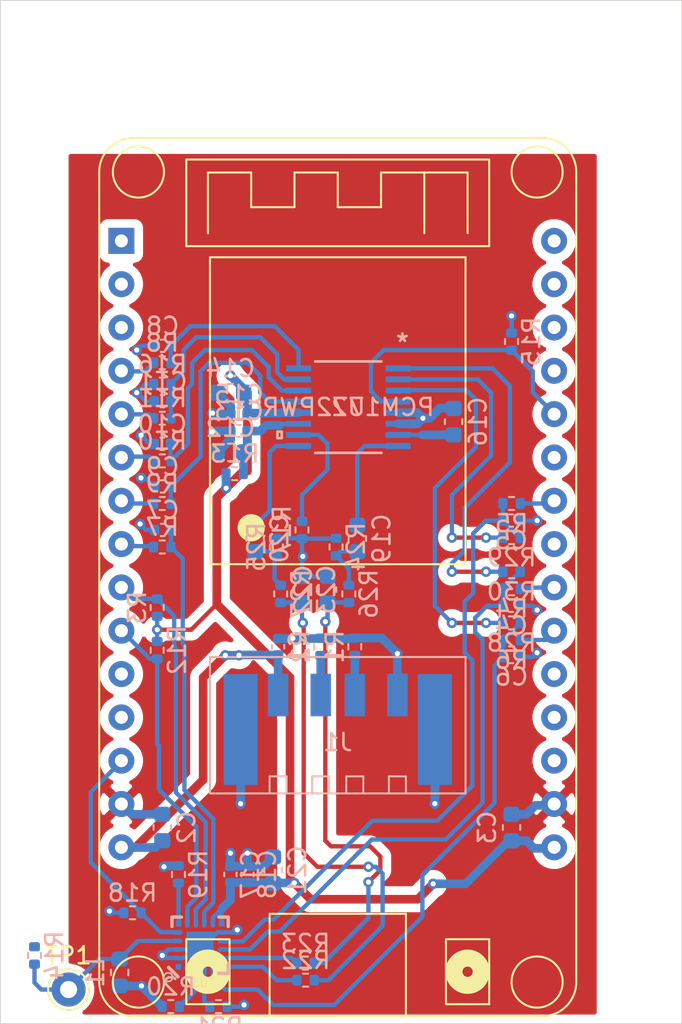
<source format=kicad_pcb>
(kicad_pcb (version 20171130) (host pcbnew "(5.1.9-0-10_14)")
  (layers (0 F.Cu signal) (31 B.Cu signal) (34 B.Paste user) (35 F.Paste user) (36 B.SilkS user hide) (37 F.SilkS user hide) (38 B.Mask user) (39 F.Mask user) (44 Edge.Cuts user))
  (net 0 "")
  (net 1 +5V)
  (net 2 GND)
  (net 3 +3V3)
  (net 4 I2S_WCLK)
  (net 5 I2S_DATA)
  (net 6 I2S_DCLK)
  (net 7 RADIO_REFCLK)
  (net 8 DAC_REFCLK)
  (net 9 SPI_MOSI)
  (net 10 SPI_CLK)
  (net 11 "Net-(C12-Pad1)")
  (net 12 "Net-(C16-Pad1)")
  (net 13 "Net-(C19-Pad1)")
  (net 14 "Net-(C19-Pad2)")
  (net 15 "Net-(C20-Pad2)")
  (net 16 "Net-(C20-Pad1)")
  (net 17 AUDIO_R)
  (net 18 AUDIO_L)
  (net 19 "Net-(J1-Pad2)")
  (net 20 "Net-(J1-Pad3)")
  (net 21 "Net-(L1-Pad1)")
  (net 22 I2C_SDA)
  (net 23 /I2S_WCLK_R)
  (net 24 /I2S_DATA_R)
  (net 25 /I2S_DCLK_R)
  (net 26 /RAD_CLK_R)
  (net 27 /DAC_CLK_R)
  (net 28 /SPI_MOSI_R)
  (net 29 /SPI_CLK_R)
  (net 30 /SPI_CS_R)
  (net 31 /ANTENNA)
  (net 32 DAC_~RST~)
  (net 33 SPI_~CS~)
  (net 34 "Net-(R17-Pad1)")
  (net 35 RADIO_~RST~)
  (net 36 "Net-(R19-Pad1)")
  (net 37 "Net-(R20-Pad1)")
  (net 38 "Net-(R21-Pad1)")
  (net 39 "Net-(R22-Pad2)")
  (net 40 "Net-(R23-Pad2)")
  (net 41 "Net-(U1-Pad1)")
  (net 42 "Net-(U1-Pad2)")
  (net 43 "Net-(U1-Pad3)")
  (net 44 "Net-(U1-Pad11)")
  (net 45 "Net-(U1-Pad12)")
  (net 46 "Net-(U1-Pad18)")
  (net 47 "Net-(U1-Pad19)")
  (net 48 "Net-(U1-Pad25)")
  (net 49 "Net-(U1-Pad27)")
  (net 50 "Net-(U1-Pad29)")
  (net 51 I2C_SCL)
  (net 52 "Net-(U1-Pad28)")
  (net 53 "Net-(U1-Pad23)")
  (net 54 "Net-(U1-Pad20)")
  (net 55 "Net-(R28-Pad1)")
  (net 56 "Net-(R29-Pad1)")
  (net 57 "Net-(R30-Pad1)")
  (net 58 "Net-(U1-Pad30)")
  (module Capacitor_SMD:C_0402_1005Metric (layer B.Cu) (at 132.3 88.9 90)
    (fp_text reference C1 (at 0 1.16 270) (layer B.SilkS) (effects (justify mirror)))
    (fp_text value 0.1u)
    (pad 1 smd roundrect (at -0.48 0 90) (size 0.56 0.62) (layers B.Cu B.Paste B.Mask) (net 1 +5V))
    (pad 2 smd roundrect (at 0.48 0 90) (size 0.56 0.62) (layers B.Cu B.Paste B.Mask) (net 2 GND))
  )
  (module Connector_USB:USB_A_Plug_Molex_0480371000_90_deg_mount (layer B.Cu) (at 135.8 93 180)
    (fp_text reference J1 (at 0 -1.5) (layer B.SilkS) (effects (justify mirror)))
    (fp_text value USB_A)
    (pad 5 smd rect (at -5.7 -0.75 180) (size 2 6.5) (layers B.Cu B.Paste B.Mask) (net 2 GND))
    (pad 5 smd rect (at 5.7 -0.75 180) (size 2 6.5) (layers B.Cu B.Paste B.Mask) (net 2 GND))
    (pad 1 smd rect (at 3.5 1.27 180) (size 1.2 2.5) (layers B.Cu B.Paste B.Mask) (net 1 +5V))
    (pad 2 smd rect (at 1 1.27 180) (size 1.2 2.5) (layers B.Cu B.Paste B.Mask) (net 19 "Net-(J1-Pad2)"))
    (pad 3 smd rect (at -1 1.27 180) (size 1.2 2.5) (layers B.Cu B.Paste B.Mask) (net 20 "Net-(J1-Pad3)"))
    (pad 4 smd rect (at -3.5 1.27 180) (size 1.2 2.5) (layers B.Cu B.Paste B.Mask) (net 2 GND))
  )
  (module esp32_devkit_v1_doit:esp32_devkit_v1_doit (layer F.Cu) (at 135.8 65.1)
    (fp_text reference U1 hide)
    (fp_text value ESP32_DevKit_V1_DOIT hide)
    (pad 30 thru_hole circle (at 12.7 0) (size 1.524 1.524) (drill 0.762) (layers *.Cu *.Mask) (net 58 "Net-(U1-Pad30)"))
    (pad 29 thru_hole circle (at 12.7 2.54) (size 1.524 1.524) (drill 0.762) (layers *.Cu *.Mask) (net 50 "Net-(U1-Pad29)"))
    (pad 28 thru_hole circle (at 12.7 5.08) (size 1.524 1.524) (drill 0.762) (layers *.Cu *.Mask) (net 52 "Net-(U1-Pad28)"))
    (pad 27 thru_hole circle (at 12.7 7.62) (size 1.524 1.524) (drill 0.762) (layers *.Cu *.Mask) (net 49 "Net-(U1-Pad27)"))
    (pad 26 thru_hole circle (at 12.7 10.16) (size 1.524 1.524) (drill 0.762) (layers *.Cu *.Mask) (net 32 DAC_~RST~))
    (pad 25 thru_hole circle (at 12.7 12.7) (size 1.524 1.524) (drill 0.762) (layers *.Cu *.Mask) (net 48 "Net-(U1-Pad25)"))
    (pad 24 thru_hole circle (at 12.7 15.24) (size 1.524 1.524) (drill 0.762) (layers *.Cu *.Mask) (net 24 /I2S_DATA_R))
    (pad 23 thru_hole circle (at 12.7 17.78) (size 1.524 1.524) (drill 0.762) (layers *.Cu *.Mask) (net 53 "Net-(U1-Pad23)"))
    (pad 22 thru_hole circle (at 12.7 20.32) (size 1.524 1.524) (drill 0.762) (layers *.Cu *.Mask) (net 23 /I2S_WCLK_R))
    (pad 21 thru_hole circle (at 12.7 22.86) (size 1.524 1.524) (drill 0.762) (layers *.Cu *.Mask) (net 25 /I2S_DCLK_R))
    (pad 20 thru_hole circle (at 12.7 25.4) (size 1.524 1.524) (drill 0.762) (layers *.Cu *.Mask) (net 54 "Net-(U1-Pad20)"))
    (pad 19 thru_hole circle (at 12.7 27.94) (size 1.524 1.524) (drill 0.762) (layers *.Cu *.Mask) (net 47 "Net-(U1-Pad19)"))
    (pad 18 thru_hole circle (at 12.7 30.48) (size 1.524 1.524) (drill 0.762) (layers *.Cu *.Mask) (net 46 "Net-(U1-Pad18)"))
    (pad 17 thru_hole circle (at 12.7 33.02) (size 1.524 1.524) (drill 0.762) (layers *.Cu *.Mask) (net 2 GND))
    (pad 16 thru_hole circle (at 12.7 35.56) (size 1.524 1.524) (drill 0.762) (layers *.Cu *.Mask) (net 3 +3V3))
    (pad 15 thru_hole circle (at -12.7 35.56) (size 1.524 1.524) (drill 0.762) (layers *.Cu *.Mask) (net 1 +5V))
    (pad 14 thru_hole circle (at -12.7 33.02) (size 1.524 1.524) (drill 0.762) (layers *.Cu *.Mask) (net 2 GND))
    (pad 13 thru_hole circle (at -12.7 30.48) (size 1.524 1.524) (drill 0.762) (layers *.Cu *.Mask) (net 35 RADIO_~RST~))
    (pad 12 thru_hole circle (at -12.7 27.94) (size 1.524 1.524) (drill 0.762) (layers *.Cu *.Mask) (net 45 "Net-(U1-Pad12)"))
    (pad 11 thru_hole circle (at -12.7 25.4) (size 1.524 1.524) (drill 0.762) (layers *.Cu *.Mask) (net 44 "Net-(U1-Pad11)"))
    (pad 10 thru_hole circle (at -12.7 22.86) (size 1.524 1.524) (drill 0.762) (layers *.Cu *.Mask) (net 51 I2C_SCL))
    (pad 9 thru_hole circle (at -12.7 20.32) (size 1.524 1.524) (drill 0.762) (layers *.Cu *.Mask) (net 22 I2C_SDA))
    (pad 8 thru_hole circle (at -12.7 17.78) (size 1.524 1.524) (drill 0.762) (layers *.Cu *.Mask) (net 26 /RAD_CLK_R))
    (pad 7 thru_hole circle (at -12.7 15.24) (size 1.524 1.524) (drill 0.762) (layers *.Cu *.Mask) (net 28 /SPI_MOSI_R))
    (pad 6 thru_hole circle (at -12.7 12.7) (size 1.524 1.524) (drill 0.762) (layers *.Cu *.Mask) (net 29 /SPI_CLK_R))
    (pad 5 thru_hole circle (at -12.7 10.16) (size 1.524 1.524) (drill 0.762) (layers *.Cu *.Mask) (net 30 /SPI_CS_R))
    (pad 4 thru_hole circle (at -12.7 7.62) (size 1.524 1.524) (drill 0.762) (layers *.Cu *.Mask) (net 27 /DAC_CLK_R))
    (pad 3 thru_hole circle (at -12.7 5.08) (size 1.524 1.524) (drill 0.762) (layers *.Cu *.Mask) (net 43 "Net-(U1-Pad3)"))
    (pad 2 thru_hole circle (at -12.7 2.54) (size 1.524 1.524) (drill 0.762) (layers *.Cu *.Mask) (net 42 "Net-(U1-Pad2)"))
    (pad 1 thru_hole rect (at -12.7 0) (size 1.524 1.524) (drill 0.762) (layers *.Cu *.Mask) (net 41 "Net-(U1-Pad1)"))
  )
  (module Resistor_SMD:R_0402_1005Metric (layer B.Cu) (at 125.5 73.5 180)
    (fp_text reference R16 (at 0 1.17 180) (layer B.SilkS) (effects (justify mirror)))
    (fp_text value 10k)
    (pad 2 smd roundrect (at 0.51 0 180) (size 0.54 0.64) (layers B.Cu B.Paste B.Mask) (net 2 GND))
    (pad 1 smd roundrect (at -0.51 0 180) (size 0.54 0.64) (layers B.Cu B.Paste B.Mask) (net 33 SPI_~CS~))
  )
  (module Capacitor_SMD:C_0402_1005Metric (layer B.Cu) (at 125.52 71.25 180)
    (fp_text reference C8 (at 0 1.16) (layer B.SilkS) (effects (justify mirror)))
    (fp_text value 22n)
    (pad 2 smd roundrect (at 0.48 0 180) (size 0.56 0.62) (layers B.Cu B.Paste B.Mask) (net 2 GND))
    (pad 1 smd roundrect (at -0.48 0 180) (size 0.56 0.62) (layers B.Cu B.Paste B.Mask) (net 8 DAC_REFCLK))
  )
  (module Resistor_SMD:R_0402_1005Metric (layer B.Cu) (at 125.5 72.25 180)
    (fp_text reference R8 (at 0 1.17) (layer B.SilkS) (effects (justify mirror)))
    (fp_text value 100)
    (pad 1 smd roundrect (at -0.51 0 180) (size 0.54 0.64) (layers B.Cu B.Paste B.Mask) (net 8 DAC_REFCLK))
    (pad 2 smd roundrect (at 0.51 0 180) (size 0.54 0.64) (layers B.Cu B.Paste B.Mask) (net 27 /DAC_CLK_R))
  )
  (module Capacitor_SMD:C_0603_1608Metric (layer B.Cu) (at 136.95 82.55 90)
    (fp_text reference C19 (at 0 1.43 270) (layer B.SilkS) (effects (justify mirror)))
    (fp_text value 10u)
    (pad 1 smd roundrect (at -0.775 0 90) (size 0.9 0.95) (layers B.Cu B.Paste B.Mask) (net 13 "Net-(C19-Pad1)"))
    (pad 2 smd roundrect (at 0.775 0 90) (size 0.9 0.95) (layers B.Cu B.Paste B.Mask) (net 14 "Net-(C19-Pad2)"))
  )
  (module Capacitor_SMD:C_0603_1608Metric (layer B.Cu) (at 130.95 82.55 90)
    (fp_text reference C20 (at 0 1.43 270) (layer B.SilkS) (effects (justify mirror)))
    (fp_text value 10u)
    (pad 2 smd roundrect (at 0.775 0 90) (size 0.9 0.95) (layers B.Cu B.Paste B.Mask) (net 15 "Net-(C20-Pad2)"))
    (pad 1 smd roundrect (at -0.775 0 90) (size 0.9 0.95) (layers B.Cu B.Paste B.Mask) (net 16 "Net-(C20-Pad1)"))
  )
  (module Capacitor_SMD:C_0603_1608Metric (layer B.Cu) (at 135.2 85.55 270)
    (fp_text reference C22 (at 0 1.43 270) (layer B.SilkS) (effects (justify mirror)))
    (fp_text value 10u)
    (pad 1 smd roundrect (at -0.775 0 270) (size 0.9 0.95) (layers B.Cu B.Paste B.Mask) (net 2 GND))
    (pad 2 smd roundrect (at 0.775 0 270) (size 0.9 0.95) (layers B.Cu B.Paste B.Mask) (net 17 AUDIO_R))
  )
  (module Capacitor_SMD:C_0603_1608Metric (layer B.Cu) (at 133.7 85.55 90)
    (fp_text reference C23 (at 0 1.43 270) (layer B.SilkS) (effects (justify mirror)))
    (fp_text value 10u)
    (pad 2 smd roundrect (at 0.775 0 90) (size 0.9 0.95) (layers B.Cu B.Paste B.Mask) (net 2 GND))
    (pad 1 smd roundrect (at -0.775 0 90) (size 0.9 0.95) (layers B.Cu B.Paste B.Mask) (net 18 AUDIO_L))
  )
  (module Resistor_SMD:R_0402_1005Metric (layer B.Cu) (at 133.7 82.05 270)
    (fp_text reference R17 (at 0 1.17 270) (layer B.SilkS) (effects (justify mirror)))
    (fp_text value 100)
    (pad 2 smd roundrect (at 0.51 0 270) (size 0.54 0.64) (layers B.Cu B.Paste B.Mask) (net 2 GND))
    (pad 1 smd roundrect (at -0.51 0 270) (size 0.54 0.64) (layers B.Cu B.Paste B.Mask) (net 34 "Net-(R17-Pad1)"))
  )
  (module Resistor_SMD:R_0402_1005Metric (layer B.Cu) (at 135.7 83.05 90)
    (fp_text reference R24 (at 0 1.17 270) (layer B.SilkS) (effects (justify mirror)))
    (fp_text value 220k)
    (pad 1 smd roundrect (at -0.51 0 90) (size 0.54 0.64) (layers B.Cu B.Paste B.Mask) (net 13 "Net-(C19-Pad1)"))
    (pad 2 smd roundrect (at 0.51 0 90) (size 0.54 0.64) (layers B.Cu B.Paste B.Mask) (net 2 GND))
  )
  (module Resistor_SMD:R_0402_1005Metric (layer B.Cu) (at 132.2 83.05 270)
    (fp_text reference R25 (at 0 1.17 270) (layer B.SilkS) (effects (justify mirror)))
    (fp_text value 220k)
    (pad 1 smd roundrect (at -0.51 0 270) (size 0.54 0.64) (layers B.Cu B.Paste B.Mask) (net 2 GND))
    (pad 2 smd roundrect (at 0.51 0 270) (size 0.54 0.64) (layers B.Cu B.Paste B.Mask) (net 16 "Net-(C20-Pad1)"))
  )
  (module Resistor_SMD:R_0402_1005Metric (layer B.Cu) (at 136.45 85.8 90)
    (fp_text reference R26 (at 0 1.17 270) (layer B.SilkS) (effects (justify mirror)))
    (fp_text value 100)
    (pad 2 smd roundrect (at 0.51 0 90) (size 0.54 0.64) (layers B.Cu B.Paste B.Mask) (net 13 "Net-(C19-Pad1)"))
    (pad 1 smd roundrect (at -0.51 0 90) (size 0.54 0.64) (layers B.Cu B.Paste B.Mask) (net 17 AUDIO_R))
  )
  (module Resistor_SMD:R_0402_1005Metric (layer B.Cu) (at 132.45 85.8 90)
    (fp_text reference R27 (at 0 1.17 270) (layer B.SilkS) (effects (justify mirror)))
    (fp_text value 100)
    (pad 1 smd roundrect (at -0.51 0 90) (size 0.54 0.64) (layers B.Cu B.Paste B.Mask) (net 18 AUDIO_L))
    (pad 2 smd roundrect (at 0.51 0 90) (size 0.54 0.64) (layers B.Cu B.Paste B.Mask) (net 16 "Net-(C20-Pad1)"))
  )
  (module Resistor_SMD:R_0402_1005Metric (layer B.Cu) (at 146 84.5)
    (fp_text reference R30 (at 0 1.17) (layer B.SilkS) (effects (justify mirror)))
    (fp_text value 0)
    (pad 2 smd roundrect (at 0.51 0) (size 0.54 0.64) (layers B.Cu B.Paste B.Mask) (net 4 I2S_WCLK))
    (pad 1 smd roundrect (at -0.51 0) (size 0.54 0.64) (layers B.Cu B.Paste B.Mask) (net 57 "Net-(R30-Pad1)"))
  )
  (module Resistor_SMD:R_0402_1005Metric (layer B.Cu) (at 146 82.5)
    (fp_text reference R29 (at 0 1.17) (layer B.SilkS) (effects (justify mirror)))
    (fp_text value 0)
    (pad 2 smd roundrect (at 0.51 0) (size 0.54 0.64) (layers B.Cu B.Paste B.Mask) (net 5 I2S_DATA))
    (pad 1 smd roundrect (at -0.51 0) (size 0.54 0.64) (layers B.Cu B.Paste B.Mask) (net 56 "Net-(R29-Pad1)"))
  )
  (module Resistor_SMD:R_0402_1005Metric (layer B.Cu) (at 146 87.5)
    (fp_text reference R28 (at 0 1.17) (layer B.SilkS) (effects (justify mirror)))
    (fp_text value 0)
    (pad 2 smd roundrect (at 0.51 0) (size 0.54 0.64) (layers B.Cu B.Paste B.Mask) (net 6 I2S_DCLK))
    (pad 1 smd roundrect (at -0.51 0) (size 0.54 0.64) (layers B.Cu B.Paste B.Mask) (net 55 "Net-(R28-Pad1)"))
  )
  (module Capacitor_SMD:C_0402_1005Metric (layer B.Cu) (at 125.52 82.05 180)
    (fp_text reference C7 (at 0 1.16) (layer B.SilkS) (effects (justify mirror)))
    (fp_text value 22n)
    (pad 2 smd roundrect (at 0.48 0 180) (size 0.56 0.62) (layers B.Cu B.Paste B.Mask) (net 2 GND))
    (pad 1 smd roundrect (at -0.48 0 180) (size 0.56 0.62) (layers B.Cu B.Paste B.Mask) (net 7 RADIO_REFCLK))
  )
  (module Resistor_SMD:R_0402_1005Metric (layer B.Cu) (at 125.2 86.6 270)
    (fp_text reference R3 (at 0 1.17 90) (layer B.SilkS) (effects (justify mirror)))
    (fp_text value 4.7k)
    (pad 2 smd roundrect (at 0.51 0 270) (size 0.54 0.64) (layers B.Cu B.Paste B.Mask) (net 3 +3V3))
    (pad 1 smd roundrect (at -0.51 0 270) (size 0.54 0.64) (layers B.Cu B.Paste B.Mask) (net 22 I2C_SDA))
  )
  (module Resistor_SMD:R_0402_1005Metric (layer B.Cu) (at 125.5 83.05 180)
    (fp_text reference R7 (at 0 1.17) (layer B.SilkS) (effects (justify mirror)))
    (fp_text value 100)
    (pad 1 smd roundrect (at -0.51 0 180) (size 0.54 0.64) (layers B.Cu B.Paste B.Mask) (net 7 RADIO_REFCLK))
    (pad 2 smd roundrect (at 0.51 0 180) (size 0.54 0.64) (layers B.Cu B.Paste B.Mask) (net 26 /RAD_CLK_R))
  )
  (module Resistor_SMD:R_0402_1005Metric (layer B.Cu) (at 125.2 89.1 90)
    (fp_text reference R12 (at 0 1.17 90) (layer B.SilkS) (effects (justify mirror)))
    (fp_text value 4.7k)
    (pad 1 smd roundrect (at -0.51 0 90) (size 0.54 0.64) (layers B.Cu B.Paste B.Mask) (net 51 I2C_SCL))
    (pad 2 smd roundrect (at 0.51 0 90) (size 0.54 0.64) (layers B.Cu B.Paste B.Mask) (net 3 +3V3))
  )
  (module TestPoint:TestPoint_THTPad_D2.0mm_Drill1.0mm (layer F.Cu) (at 120 109)
    (fp_text reference TP1 (at 0 -1.998) (layer F.SilkS))
    (fp_text value TestPoint)
    (pad 1 thru_hole circle (at 0 0) (size 2 2) (drill 1) (layers *.Cu *.Mask) (net 21 "Net-(L1-Pad1)"))
  )
  (module Capacitor_SMD:C_0603_1608Metric (layer B.Cu) (at 125.5 99.5 90)
    (fp_text reference C2 (at 0 1.43 270) (layer B.SilkS) (effects (justify mirror)))
    (fp_text value 10u)
    (pad 2 smd roundrect (at 0.775 0 90) (size 0.9 0.95) (layers B.Cu B.Paste B.Mask) (net 2 GND))
    (pad 1 smd roundrect (at -0.775 0 90) (size 0.9 0.95) (layers B.Cu B.Paste B.Mask) (net 1 +5V))
  )
  (module Capacitor_SMD:C_0603_1608Metric (layer B.Cu) (at 146 99.5 270)
    (fp_text reference C3 (at 0 1.43 270) (layer B.SilkS) (effects (justify mirror)))
    (fp_text value 10u)
    (pad 1 smd roundrect (at -0.775 0 270) (size 0.9 0.95) (layers B.Cu B.Paste B.Mask) (net 2 GND))
    (pad 2 smd roundrect (at 0.775 0 270) (size 0.9 0.95) (layers B.Cu B.Paste B.Mask) (net 3 +3V3))
  )
  (module Capacitor_SMD:C_0402_1005Metric (layer B.Cu) (at 145.98 86.5)
    (fp_text reference C4 (at 0 1.16) (layer B.SilkS) (effects (justify mirror)))
    (fp_text value 22n)
    (pad 1 smd roundrect (at -0.48 0) (size 0.56 0.62) (layers B.Cu B.Paste B.Mask) (net 4 I2S_WCLK))
    (pad 2 smd roundrect (at 0.48 0) (size 0.56 0.62) (layers B.Cu B.Paste B.Mask) (net 2 GND))
  )
  (module Capacitor_SMD:C_0402_1005Metric (layer B.Cu) (at 145.98 81.5)
    (fp_text reference C5 (at 0 1.16) (layer B.SilkS) (effects (justify mirror)))
    (fp_text value 22n)
    (pad 2 smd roundrect (at 0.48 0) (size 0.56 0.62) (layers B.Cu B.Paste B.Mask) (net 2 GND))
    (pad 1 smd roundrect (at -0.48 0) (size 0.56 0.62) (layers B.Cu B.Paste B.Mask) (net 5 I2S_DATA))
  )
  (module Capacitor_SMD:C_0402_1005Metric (layer B.Cu) (at 146 89.5)
    (fp_text reference C6 (at 0 1.16) (layer B.SilkS) (effects (justify mirror)))
    (fp_text value 22n)
    (pad 1 smd roundrect (at -0.48 0) (size 0.56 0.62) (layers B.Cu B.Paste B.Mask) (net 6 I2S_DCLK))
    (pad 2 smd roundrect (at 0.48 0) (size 0.56 0.62) (layers B.Cu B.Paste B.Mask) (net 2 GND))
  )
  (module Capacitor_SMD:C_0402_1005Metric (layer B.Cu) (at 125.52 79.5 180)
    (fp_text reference C9 (at 0 1.16) (layer B.SilkS) (effects (justify mirror)))
    (fp_text value 22n)
    (pad 2 smd roundrect (at 0.48 0 180) (size 0.56 0.62) (layers B.Cu B.Paste B.Mask) (net 2 GND))
    (pad 1 smd roundrect (at -0.48 0 180) (size 0.56 0.62) (layers B.Cu B.Paste B.Mask) (net 9 SPI_MOSI))
  )
  (module Capacitor_SMD:C_0402_1005Metric (layer B.Cu) (at 125.5 77 180)
    (fp_text reference C10 (at 0 1.16) (layer B.SilkS) (effects (justify mirror)))
    (fp_text value 22n)
    (pad 1 smd roundrect (at -0.48 0 180) (size 0.56 0.62) (layers B.Cu B.Paste B.Mask) (net 10 SPI_CLK))
    (pad 2 smd roundrect (at 0.48 0 180) (size 0.56 0.62) (layers B.Cu B.Paste B.Mask) (net 2 GND))
  )
  (module Capacitor_SMD:C_0402_1005Metric (layer B.Cu) (at 125.52 74.5 180)
    (fp_text reference C11 (at 0 1.16) (layer B.SilkS) (effects (justify mirror)))
    (fp_text value 22n)
    (pad 1 smd roundrect (at -0.48 0 180) (size 0.56 0.62) (layers B.Cu B.Paste B.Mask) (net 33 SPI_~CS~))
    (pad 2 smd roundrect (at 0.48 0 180) (size 0.56 0.62) (layers B.Cu B.Paste B.Mask) (net 2 GND))
  )
  (module Capacitor_SMD:C_0603_1608Metric (layer B.Cu) (at 129.5 77.5 180)
    (fp_text reference C12 (at 0 1.43) (layer B.SilkS) (effects (justify mirror)))
    (fp_text value 10u)
    (pad 2 smd roundrect (at 0.775 0 180) (size 0.9 0.95) (layers B.Cu B.Paste B.Mask) (net 2 GND))
    (pad 1 smd roundrect (at -0.775 0 180) (size 0.9 0.95) (layers B.Cu B.Paste B.Mask) (net 11 "Net-(C12-Pad1)"))
  )
  (module Capacitor_SMD:C_0402_1005Metric (layer B.Cu) (at 130 76.25 180)
    (fp_text reference C13 (at 0 1.16) (layer B.SilkS) (effects (justify mirror)))
    (fp_text value 0.1u)
    (pad 1 smd roundrect (at -0.48 0 180) (size 0.56 0.62) (layers B.Cu B.Paste B.Mask) (net 11 "Net-(C12-Pad1)"))
    (pad 2 smd roundrect (at 0.48 0 180) (size 0.56 0.62) (layers B.Cu B.Paste B.Mask) (net 2 GND))
  )
  (module Capacitor_SMD:C_0603_1608Metric (layer B.Cu) (at 129.5 74 180)
    (fp_text reference C14 (at 0 1.43) (layer B.SilkS) (effects (justify mirror)))
    (fp_text value 10u)
    (pad 1 smd roundrect (at -0.775 0 180) (size 0.9 0.95) (layers B.Cu B.Paste B.Mask) (net 3 +3V3))
    (pad 2 smd roundrect (at 0.775 0 180) (size 0.9 0.95) (layers B.Cu B.Paste B.Mask) (net 2 GND))
  )
  (module Capacitor_SMD:C_0402_1005Metric (layer B.Cu) (at 130 75.25 180)
    (fp_text reference C15 (at 0 1.16) (layer B.SilkS) (effects (justify mirror)))
    (fp_text value 0.1u)
    (pad 2 smd roundrect (at 0.48 0 180) (size 0.56 0.62) (layers B.Cu B.Paste B.Mask) (net 2 GND))
    (pad 1 smd roundrect (at -0.48 0 180) (size 0.56 0.62) (layers B.Cu B.Paste B.Mask) (net 3 +3V3))
  )
  (module Capacitor_SMD:C_0603_1608Metric (layer B.Cu) (at 142.6 75.7 90)
    (fp_text reference C16 (at 0 1.43 90) (layer B.SilkS) (effects (justify mirror)))
    (fp_text value 10u)
    (pad 1 smd roundrect (at -0.775 0 90) (size 0.9 0.95) (layers B.Cu B.Paste B.Mask) (net 12 "Net-(C16-Pad1)"))
    (pad 2 smd roundrect (at 0.775 0 90) (size 0.9 0.95) (layers B.Cu B.Paste B.Mask) (net 2 GND))
  )
  (module Capacitor_SMD:C_0402_1005Metric (layer B.Cu) (at 129.5 102.25 90)
    (fp_text reference C17 (at 0 1.16 90) (layer B.SilkS) (effects (justify mirror)))
    (fp_text value 22n)
    (pad 1 smd roundrect (at -0.48 0 90) (size 0.56 0.62) (layers B.Cu B.Paste B.Mask) (net 3 +3V3))
    (pad 2 smd roundrect (at 0.48 0 90) (size 0.56 0.62) (layers B.Cu B.Paste B.Mask) (net 2 GND))
  )
  (module Capacitor_SMD:C_0402_1005Metric (layer B.Cu) (at 130.5 102.25 90)
    (fp_text reference C18 (at 0 1.16 90) (layer B.SilkS) (effects (justify mirror)))
    (fp_text value 0.1u)
    (pad 2 smd roundrect (at 0.48 0 90) (size 0.56 0.62) (layers B.Cu B.Paste B.Mask) (net 2 GND))
    (pad 1 smd roundrect (at -0.48 0 90) (size 0.56 0.62) (layers B.Cu B.Paste B.Mask) (net 3 +3V3))
  )
  (module Capacitor_SMD:C_0603_1608Metric (layer B.Cu) (at 132 102 90)
    (fp_text reference C21 (at 0 1.43 90) (layer B.SilkS) (effects (justify mirror)))
    (fp_text value 10u)
    (pad 2 smd roundrect (at 0.775 0 90) (size 0.9 0.95) (layers B.Cu B.Paste B.Mask) (net 2 GND))
    (pad 1 smd roundrect (at -0.775 0 90) (size 0.9 0.95) (layers B.Cu B.Paste B.Mask) (net 3 +3V3))
  )
  (module Inductor_SMD:L_0603_1608Metric (layer B.Cu) (at 123 108 270)
    (fp_text reference L1 (at 0 1.43 270) (layer B.SilkS) (effects (justify mirror)))
    (fp_text value 120n)
    (pad 1 smd roundrect (at -0.7875 0 270) (size 0.875 0.95) (layers B.Cu B.Paste B.Mask) (net 21 "Net-(L1-Pad1)"))
    (pad 2 smd roundrect (at 0.7875 0 270) (size 0.875 0.95) (layers B.Cu B.Paste B.Mask) (net 2 GND))
  )
  (module Resistor_SMD:R_0402_1005Metric (layer B.Cu) (at 136.8 88.9 270)
    (fp_text reference R1 (at 0 1.17 270) (layer B.SilkS) (effects (justify mirror)))
    (fp_text value 0)
    (pad 2 smd roundrect (at 0.51 0 270) (size 0.54 0.64) (layers B.Cu B.Paste B.Mask) (net 20 "Net-(J1-Pad3)"))
    (pad 1 smd roundrect (at -0.51 0 270) (size 0.54 0.64) (layers B.Cu B.Paste B.Mask) (net 2 GND))
  )
  (module Resistor_SMD:R_0402_1005Metric (layer B.Cu) (at 134.8 88.9 270)
    (fp_text reference R2 (at 0 1.17 270) (layer B.SilkS) (effects (justify mirror)))
    (fp_text value 0)
    (pad 1 smd roundrect (at -0.51 0 270) (size 0.54 0.64) (layers B.Cu B.Paste B.Mask) (net 2 GND))
    (pad 2 smd roundrect (at 0.51 0 270) (size 0.54 0.64) (layers B.Cu B.Paste B.Mask) (net 19 "Net-(J1-Pad2)"))
  )
  (module Resistor_SMD:R_0402_1005Metric (layer B.Cu) (at 146 85.5)
    (fp_text reference R4 (at 0 1.17) (layer B.SilkS) (effects (justify mirror)))
    (fp_text value 100)
    (pad 1 smd roundrect (at -0.51 0) (size 0.54 0.64) (layers B.Cu B.Paste B.Mask) (net 4 I2S_WCLK))
    (pad 2 smd roundrect (at 0.51 0) (size 0.54 0.64) (layers B.Cu B.Paste B.Mask) (net 23 /I2S_WCLK_R))
  )
  (module Resistor_SMD:R_0402_1005Metric (layer B.Cu) (at 146 80.5)
    (fp_text reference R5 (at 0 1.17) (layer B.SilkS) (effects (justify mirror)))
    (fp_text value 100)
    (pad 2 smd roundrect (at 0.51 0) (size 0.54 0.64) (layers B.Cu B.Paste B.Mask) (net 24 /I2S_DATA_R))
    (pad 1 smd roundrect (at -0.51 0) (size 0.54 0.64) (layers B.Cu B.Paste B.Mask) (net 5 I2S_DATA))
  )
  (module Resistor_SMD:R_0402_1005Metric (layer B.Cu) (at 146 88.5)
    (fp_text reference R6 (at 0 1.17) (layer B.SilkS) (effects (justify mirror)))
    (fp_text value 100)
    (pad 1 smd roundrect (at -0.51 0) (size 0.54 0.64) (layers B.Cu B.Paste B.Mask) (net 6 I2S_DCLK))
    (pad 2 smd roundrect (at 0.51 0) (size 0.54 0.64) (layers B.Cu B.Paste B.Mask) (net 25 /I2S_DCLK_R))
  )
  (module Resistor_SMD:R_0402_1005Metric (layer B.Cu) (at 125.5 80.5 180)
    (fp_text reference R9 (at 0 1.17) (layer B.SilkS) (effects (justify mirror)))
    (fp_text value 100)
    (pad 2 smd roundrect (at 0.51 0 180) (size 0.54 0.64) (layers B.Cu B.Paste B.Mask) (net 28 /SPI_MOSI_R))
    (pad 1 smd roundrect (at -0.51 0 180) (size 0.54 0.64) (layers B.Cu B.Paste B.Mask) (net 9 SPI_MOSI))
  )
  (module Resistor_SMD:R_0402_1005Metric (layer B.Cu) (at 125.5 78 180)
    (fp_text reference R10 (at 0 1.17) (layer B.SilkS) (effects (justify mirror)))
    (fp_text value 100)
    (pad 2 smd roundrect (at 0.51 0 180) (size 0.54 0.64) (layers B.Cu B.Paste B.Mask) (net 29 /SPI_CLK_R))
    (pad 1 smd roundrect (at -0.51 0 180) (size 0.54 0.64) (layers B.Cu B.Paste B.Mask) (net 10 SPI_CLK))
  )
  (module Resistor_SMD:R_0402_1005Metric (layer B.Cu) (at 125.5 75.5 180)
    (fp_text reference R11 (at 0 1.17) (layer B.SilkS) (effects (justify mirror)))
    (fp_text value 100)
    (pad 1 smd roundrect (at -0.51 0 180) (size 0.54 0.64) (layers B.Cu B.Paste B.Mask) (net 33 SPI_~CS~))
    (pad 2 smd roundrect (at 0.51 0 180) (size 0.54 0.64) (layers B.Cu B.Paste B.Mask) (net 30 /SPI_CS_R))
  )
  (module Resistor_SMD:R_0402_1005Metric (layer B.Cu) (at 129.75 78.75 180)
    (fp_text reference R13 (at 0 1.17) (layer B.SilkS) (effects (justify mirror)))
    (fp_text value 1)
    (pad 1 smd roundrect (at -0.51 0 180) (size 0.54 0.64) (layers B.Cu B.Paste B.Mask) (net 11 "Net-(C12-Pad1)"))
    (pad 2 smd roundrect (at 0.51 0 180) (size 0.54 0.64) (layers B.Cu B.Paste B.Mask) (net 3 +3V3))
  )
  (module Resistor_SMD:R_0402_1005Metric (layer B.Cu) (at 118 107 90)
    (fp_text reference R14 (at 0 1.17 90) (layer B.SilkS) (effects (justify mirror)))
    (fp_text value 0)
    (pad 2 smd roundrect (at 0.51 0 90) (size 0.54 0.64) (layers B.Cu B.Paste B.Mask) (net 31 /ANTENNA))
    (pad 1 smd roundrect (at -0.51 0 90) (size 0.54 0.64) (layers B.Cu B.Paste B.Mask) (net 21 "Net-(L1-Pad1)"))
  )
  (module Resistor_SMD:R_0402_1005Metric (layer B.Cu) (at 146 71 90)
    (fp_text reference R15 (at 0 1.17 270) (layer B.SilkS) (effects (justify mirror)))
    (fp_text value 10k)
    (pad 1 smd roundrect (at -0.51 0 90) (size 0.54 0.64) (layers B.Cu B.Paste B.Mask) (net 32 DAC_~RST~))
    (pad 2 smd roundrect (at 0.51 0 90) (size 0.54 0.64) (layers B.Cu B.Paste B.Mask) (net 2 GND))
  )
  (module Resistor_SMD:R_0402_1005Metric (layer B.Cu) (at 123.75 104.5 180)
    (fp_text reference R18 (at 0 1.17 180) (layer B.SilkS) (effects (justify mirror)))
    (fp_text value 10k)
    (pad 2 smd roundrect (at 0.51 0 180) (size 0.54 0.64) (layers B.Cu B.Paste B.Mask) (net 2 GND))
    (pad 1 smd roundrect (at -0.51 0 180) (size 0.54 0.64) (layers B.Cu B.Paste B.Mask) (net 35 RADIO_~RST~))
  )
  (module Resistor_SMD:R_0402_1005Metric (layer B.Cu) (at 126.45 102.25 90)
    (fp_text reference R19 (at 0 1.17 -90) (layer B.SilkS) (effects (justify mirror)))
    (fp_text value 10k)
    (pad 2 smd roundrect (at 0.51 0 90) (size 0.54 0.64) (layers B.Cu B.Paste B.Mask) (net 2 GND))
    (pad 1 smd roundrect (at -0.51 0 90) (size 0.54 0.64) (layers B.Cu B.Paste B.Mask) (net 36 "Net-(R19-Pad1)"))
  )
  (module Resistor_SMD:R_0402_1005Metric (layer B.Cu) (at 126 110 180)
    (fp_text reference R20 (at 0 1.17 180) (layer B.SilkS) (effects (justify mirror)))
    (fp_text value 10k)
    (pad 2 smd roundrect (at 0.51 0 180) (size 0.54 0.64) (layers B.Cu B.Paste B.Mask) (net 2 GND))
    (pad 1 smd roundrect (at -0.51 0 180) (size 0.54 0.64) (layers B.Cu B.Paste B.Mask) (net 37 "Net-(R20-Pad1)"))
  )
  (module Resistor_SMD:R_0402_1005Metric (layer B.Cu) (at 128.8 110)
    (fp_text reference R21 (at 0 1.17 180) (layer B.SilkS) (effects (justify mirror)))
    (fp_text value 10k)
    (pad 1 smd roundrect (at -0.51 0) (size 0.54 0.64) (layers B.Cu B.Paste B.Mask) (net 38 "Net-(R21-Pad1)"))
    (pad 2 smd roundrect (at 0.51 0) (size 0.54 0.64) (layers B.Cu B.Paste B.Mask) (net 2 GND))
  )
  (module Resistor_SMD:R_0402_1005Metric (layer B.Cu) (at 133.91 108.45 180)
    (fp_text reference R22 (at 0 1.17) (layer B.SilkS) (effects (justify mirror)))
    (fp_text value 100)
    (pad 1 smd roundrect (at -0.51 0 180) (size 0.54 0.64) (layers B.Cu B.Paste B.Mask) (net 18 AUDIO_L))
    (pad 2 smd roundrect (at 0.51 0 180) (size 0.54 0.64) (layers B.Cu B.Paste B.Mask) (net 39 "Net-(R22-Pad2)"))
  )
  (module Resistor_SMD:R_0402_1005Metric (layer B.Cu) (at 133.9 107.45 180)
    (fp_text reference R23 (at 0 1.17) (layer B.SilkS) (effects (justify mirror)))
    (fp_text value 100)
    (pad 2 smd roundrect (at 0.51 0 180) (size 0.54 0.64) (layers B.Cu B.Paste B.Mask) (net 40 "Net-(R23-Pad2)"))
    (pad 1 smd roundrect (at -0.51 0 180) (size 0.54 0.64) (layers B.Cu B.Paste B.Mask) (net 17 AUDIO_R))
  )
  (module footprints:PCM1772PWR (layer B.Cu) (at 136.42 74.85 180)
    (fp_text reference U2 (at 0 0) (layer B.SilkS) (effects (justify mirror)))
    (fp_text value PCM1772PWR (at 0 0) (layer B.SilkS) (effects (justify mirror)))
    (fp_text user * (at -3.175 3.7728) (layer B.SilkS) (effects (justify mirror)))
    (fp_text user * (at -3.175 3.7728) (layer B.SilkS) (effects (justify mirror)))
    (pad 1 smd rect (at -2.921 2.274999 180) (size 1.461999 0.3548) (layers B.Cu B.Paste B.Mask) (net 57 "Net-(R30-Pad1)"))
    (pad 2 smd rect (at -2.921 1.625001 180) (size 1.461999 0.3548) (layers B.Cu B.Paste B.Mask) (net 56 "Net-(R29-Pad1)"))
    (pad 3 smd rect (at -2.921 0.974999 180) (size 1.461999 0.3548) (layers B.Cu B.Paste B.Mask) (net 55 "Net-(R28-Pad1)"))
    (pad 4 smd rect (at -2.921 0.325001 180) (size 1.461999 0.3548) (layers B.Cu B.Paste B.Mask) (net 32 DAC_~RST~))
    (pad 5 smd rect (at -2.921 -0.324998 180) (size 1.461999 0.3548) (layers B.Cu B.Paste B.Mask) (net 2 GND))
    (pad 6 smd rect (at -2.921 -0.974999 180) (size 1.461999 0.3548) (layers B.Cu B.Paste B.Mask) (net 2 GND))
    (pad 7 smd rect (at -2.921 -1.624998 180) (size 1.461999 0.3548) (layers B.Cu B.Paste B.Mask) (net 12 "Net-(C16-Pad1)"))
    (pad 8 smd rect (at -2.921 -2.274999 180) (size 1.461999 0.3548) (layers B.Cu B.Paste B.Mask) (net 14 "Net-(C19-Pad2)"))
    (pad 9 smd rect (at 2.921 -2.274999 180) (size 1.461999 0.3548) (layers B.Cu B.Paste B.Mask) (net 15 "Net-(C20-Pad2)"))
    (pad 10 smd rect (at 2.921 -1.625001 180) (size 1.461999 0.3548) (layers B.Cu B.Paste B.Mask) (net 34 "Net-(R17-Pad1)"))
    (pad 11 smd rect (at 2.921 -0.974999 180) (size 1.461999 0.3548) (layers B.Cu B.Paste B.Mask) (net 11 "Net-(C12-Pad1)"))
    (pad 12 smd rect (at 2.921 -0.325001 180) (size 1.461999 0.3548) (layers B.Cu B.Paste B.Mask) (net 3 +3V3))
    (pad 13 smd rect (at 2.921 0.324998 180) (size 1.461999 0.3548) (layers B.Cu B.Paste B.Mask) (net 9 SPI_MOSI))
    (pad 14 smd rect (at 2.921 0.974999 180) (size 1.461999 0.3548) (layers B.Cu B.Paste B.Mask) (net 10 SPI_CLK))
    (pad 15 smd rect (at 2.921 1.624998 180) (size 1.461999 0.3548) (layers B.Cu B.Paste B.Mask) (net 33 SPI_~CS~))
    (pad 16 smd rect (at 2.921 2.274999 180) (size 1.461999 0.3548) (layers B.Cu B.Paste B.Mask) (net 8 DAC_REFCLK))
  )
  (module SI4721:QFN-20-3X3MM (layer B.Cu) (at 127.72 106.4)
    (fp_text reference U3 (at 0 2.2098) (layer B.SilkS) (effects (font (size 0.48 0.48) (thickness 0.015)) (justify mirror)))
    (fp_text value SI4721)
    (pad 2 smd oval (at -1.335 0.75) (size 0.61 0.28) (layers B.Cu B.Paste B.Mask) (net 2 GND))
    (pad 3 smd oval (at -1.335 0.25) (size 0.61 0.28) (layers B.Cu B.Paste B.Mask) (net 2 GND))
    (pad 4 smd oval (at -1.335 -0.25) (size 0.61 0.28) (layers B.Cu B.Paste B.Mask) (net 21 "Net-(L1-Pad1)"))
    (pad 5 smd oval (at -1.335 -0.75) (size 0.61 0.28) (layers B.Cu B.Paste B.Mask) (net 35 RADIO_~RST~))
    (pad 6 smd rect (at -1.265 -1.265) (size 0.34 0.34) (layers B.Cu B.Paste B.Mask) (net 36 "Net-(R19-Pad1)"))
    (pad 7 smd oval (at -0.75 -1.335) (size 0.28 0.61) (layers B.Cu B.Paste B.Mask) (net 51 I2C_SCL))
    (pad 8 smd oval (at -0.25 -1.335) (size 0.28 0.61) (layers B.Cu B.Paste B.Mask) (net 22 I2C_SDA))
    (pad 9 smd oval (at 0.25 -1.335) (size 0.28 0.61) (layers B.Cu B.Paste B.Mask) (net 7 RADIO_REFCLK))
    (pad 10 smd oval (at 0.75 -1.335) (size 0.28 0.61) (layers B.Cu B.Paste B.Mask) (net 3 +3V3))
    (pad 11 smd rect (at 1.265 -1.265) (size 0.34 0.34) (layers B.Cu B.Paste B.Mask) (net 3 +3V3))
    (pad 12 smd oval (at 1.335 -0.75) (size 0.61 0.28) (layers B.Cu B.Paste B.Mask) (net 2 GND))
    (pad 13 smd oval (at 1.335 -0.25) (size 0.61 0.28) (layers B.Cu B.Paste B.Mask) (net 5 I2S_DATA))
    (pad 14 smd oval (at 1.335 0.25) (size 0.61 0.28) (layers B.Cu B.Paste B.Mask) (net 4 I2S_WCLK))
    (pad 15 smd oval (at 1.335 0.75) (size 0.61 0.28) (layers B.Cu B.Paste B.Mask) (net 40 "Net-(R23-Pad2)"))
    (pad 16 smd rect (at 1.265 1.265) (size 0.34 0.34) (layers B.Cu B.Paste B.Mask) (net 39 "Net-(R22-Pad2)"))
    (pad 17 smd oval (at 0.75 1.335) (size 0.28 0.61) (layers B.Cu B.Paste B.Mask) (net 6 I2S_DCLK))
    (pad 18 smd oval (at 0.25 1.335) (size 0.28 0.61) (layers B.Cu B.Paste B.Mask) (net 38 "Net-(R21-Pad1)"))
    (pad 19 smd oval (at -0.25 1.335) (size 0.28 0.61) (layers B.Cu B.Paste B.Mask) (net 37 "Net-(R20-Pad1)"))
    (pad 20 smd oval (at -0.75 1.335) (size 0.28 0.61) (layers B.Cu B.Paste B.Mask))
    (pad 21 smd rect (at 0 0) (size 1.6 1.6) (layers B.Cu) (net 2 GND))
    (pad 1 smd rect (at -1.275 1.265) (size 0.34 0.34) (layers B.Cu B.Paste B.Mask))
  )
  (gr_line (start 156 51) (end 156 111) (layer Edge.Cuts) (width 0.05))
  (gr_line (start 116 111) (end 116 51) (layer Edge.Cuts) (width 0.05))
  (gr_line (start 156 111) (end 116 111) (layer Edge.Cuts) (width 0.05))
  (gr_line (start 116 51) (end 156 51) (layer Edge.Cuts) (width 0.05))
  (segment (start 125.104999 100.670001) (end 125.5 100.275) (width 0.508) (layer B.Cu) (net 1))
  (segment (start 123.130001 100.670001) (end 125.104999 100.670001) (width 0.508) (layer B.Cu) (net 1))
  (segment (start 132.3 90.1) (end 132.3 89.38) (width 0.508) (layer B.Cu) (net 1))
  (segment (start 132.3 90.1) (end 132.3 91.73) (width 0.508) (layer B.Cu) (net 1))
  (segment (start 130.02 89.38) (end 130 89.4) (width 0.508) (layer B.Cu) (net 1))
  (via (at 130 89.4) (size 0.6096) (drill 0.3048) (layers F.Cu B.Cu) (net 1))
  (segment (start 132.3 89.38) (end 130.02 89.38) (width 0.508) (layer B.Cu) (net 1))
  (via (at 129.2 89.4) (size 0.6096) (drill 0.3048) (layers F.Cu B.Cu) (net 1))
  (segment (start 129.2 89.4) (end 130 89.4) (width 0.508) (layer F.Cu) (net 1))
  (segment (start 123.929999 100.670001) (end 123.130001 100.670001) (width 0.508) (layer F.Cu) (net 1))
  (segment (start 127.9 96.7) (end 123.929999 100.670001) (width 0.508) (layer F.Cu) (net 1))
  (segment (start 127.9 90.7) (end 127.9 96.7) (width 0.508) (layer F.Cu) (net 1))
  (segment (start 129.2 89.4) (end 127.9 90.7) (width 0.508) (layer F.Cu) (net 1))
  (segment (start 129.9 89.4) (end 129.3 89.4) (width 0.508) (layer B.Cu) (net 1))
  (via (at 128.45 75.2) (size 0.6096) (drill 0.3048) (layers F.Cu B.Cu) (net 2))
  (via (at 128.45 76.3) (size 0.6096) (drill 0.3048) (layers F.Cu B.Cu) (net 2))
  (segment (start 129.52 74.795) (end 129.52 75.25) (width 0.508) (layer B.Cu) (net 2))
  (segment (start 128.725 74) (end 129.52 74.795) (width 0.508) (layer B.Cu) (net 2))
  (segment (start 128.5 75.25) (end 128.45 75.2) (width 0.508) (layer B.Cu) (net 2))
  (segment (start 129.52 75.25) (end 128.5 75.25) (width 0.508) (layer B.Cu) (net 2))
  (segment (start 128.5 76.25) (end 128.45 76.3) (width 0.508) (layer B.Cu) (net 2))
  (segment (start 129.52 76.25) (end 128.5 76.25) (width 0.508) (layer B.Cu) (net 2))
  (segment (start 128.725 77.5) (end 128.75 77.5) (width 0.508) (layer B.Cu) (net 2))
  (segment (start 129.52 76.73) (end 129.52 76.25) (width 0.508) (layer B.Cu) (net 2))
  (segment (start 128.75 77.5) (end 129.52 76.73) (width 0.508) (layer B.Cu) (net 2))
  (segment (start 139.341 75.174998) (end 140.474998 75.174998) (width 0.508) (layer B.Cu) (net 2))
  (via (at 140.8 75.5) (size 0.6096) (drill 0.3048) (layers F.Cu B.Cu) (net 2))
  (segment (start 140.474998 75.174998) (end 140.8 75.5) (width 0.508) (layer B.Cu) (net 2))
  (segment (start 140.475001 75.824999) (end 140.8 75.5) (width 0.508) (layer B.Cu) (net 2))
  (segment (start 139.341 75.824999) (end 140.475001 75.824999) (width 0.508) (layer B.Cu) (net 2))
  (segment (start 128.729549 105.65) (end 129.055 105.65) (width 0.254) (layer B.Cu) (net 2))
  (segment (start 127.979549 106.4) (end 128.729549 105.65) (width 0.254) (layer B.Cu) (net 2))
  (segment (start 127.72 106.4) (end 127.979549 106.4) (width 0.254) (layer B.Cu) (net 2))
  (segment (start 127.47 106.65) (end 127.72 106.4) (width 0.254) (layer B.Cu) (net 2))
  (segment (start 126.385 106.65) (end 127.47 106.65) (width 0.254) (layer B.Cu) (net 2))
  (segment (start 126.385 107.15) (end 126.402999 107.167999) (width 0.254) (layer B.Cu) (net 2))
  (segment (start 126.71155 107.167999) (end 126.776559 107.10299) (width 0.254) (layer B.Cu) (net 2))
  (segment (start 126.402999 107.167999) (end 126.71155 107.167999) (width 0.254) (layer B.Cu) (net 2))
  (segment (start 127.01701 107.10299) (end 127.72 106.4) (width 0.254) (layer B.Cu) (net 2))
  (segment (start 126.776559 107.10299) (end 127.01701 107.10299) (width 0.254) (layer B.Cu) (net 2))
  (via (at 125.5 107) (size 0.6096) (drill 0.3048) (layers F.Cu B.Cu) (net 2))
  (segment (start 125.65 107.15) (end 125.5 107) (width 0.254) (layer B.Cu) (net 2))
  (segment (start 126.385 107.15) (end 125.65 107.15) (width 0.254) (layer B.Cu) (net 2))
  (segment (start 125.85 106.65) (end 125.5 107) (width 0.254) (layer B.Cu) (net 2))
  (segment (start 126.385 106.65) (end 125.85 106.65) (width 0.254) (layer B.Cu) (net 2))
  (via (at 129.9 105.5) (size 0.6096) (drill 0.3048) (layers F.Cu B.Cu) (net 2))
  (segment (start 129.75 105.65) (end 129.9 105.5) (width 0.254) (layer B.Cu) (net 2))
  (segment (start 129.055 105.65) (end 129.75 105.65) (width 0.254) (layer B.Cu) (net 2))
  (segment (start 123.725 98.725) (end 123.130001 98.130001) (width 0.508) (layer B.Cu) (net 2))
  (segment (start 125.5 98.725) (end 123.725 98.725) (width 0.508) (layer B.Cu) (net 2))
  (segment (start 122.5 104.5) (end 122.4 104.4) (width 0.254) (layer B.Cu) (net 2))
  (via (at 122.4 104.4) (size 0.6096) (drill 0.3048) (layers F.Cu B.Cu) (net 2))
  (segment (start 123.24 104.5) (end 122.5 104.5) (width 0.254) (layer B.Cu) (net 2))
  (segment (start 124.2775 108.7875) (end 125.49 110) (width 0.508) (layer B.Cu) (net 2))
  (segment (start 123 108.7875) (end 124.2775 108.7875) (width 0.508) (layer B.Cu) (net 2))
  (via (at 124.2775 108.7875) (size 0.6096) (drill 0.3048) (layers F.Cu B.Cu) (net 2))
  (via (at 125.6 101.8) (size 0.6096) (drill 0.3048) (layers F.Cu B.Cu) (net 2))
  (segment (start 125.66 101.74) (end 125.6 101.8) (width 0.508) (layer B.Cu) (net 2))
  (segment (start 126.45 101.74) (end 125.66 101.74) (width 0.508) (layer B.Cu) (net 2))
  (segment (start 129.5 101.77) (end 130.5 101.77) (width 0.508) (layer B.Cu) (net 2))
  (segment (start 131.455 101.77) (end 132 101.225) (width 0.508) (layer B.Cu) (net 2))
  (segment (start 131.455 101.77) (end 130.5 101.77) (width 0.508) (layer B.Cu) (net 2))
  (via (at 130.5 101) (size 0.6096) (drill 0.3048) (layers F.Cu B.Cu) (net 2))
  (segment (start 130.5 101.77) (end 130.5 101) (width 0.508) (layer B.Cu) (net 2))
  (via (at 129.5 101) (size 0.6096) (drill 0.3048) (layers F.Cu B.Cu) (net 2))
  (segment (start 129.5 101.77) (end 129.5 101) (width 0.508) (layer B.Cu) (net 2))
  (via (at 130.3 109.9) (size 0.6096) (drill 0.3048) (layers F.Cu B.Cu) (net 2))
  (segment (start 130.2 110) (end 130.3 109.9) (width 0.254) (layer B.Cu) (net 2))
  (segment (start 129.31 110) (end 130.2 110) (width 0.254) (layer B.Cu) (net 2))
  (segment (start 125.04 82.05) (end 124.55 82.05) (width 0.254) (layer B.Cu) (net 2))
  (via (at 124.2 81.7) (size 0.6096) (drill 0.3048) (layers F.Cu B.Cu) (net 2))
  (segment (start 124.55 82.05) (end 124.2 81.7) (width 0.254) (layer B.Cu) (net 2))
  (segment (start 133.68 82.54) (end 133.7 82.56) (width 0.254) (layer B.Cu) (net 2))
  (segment (start 132.2 82.54) (end 133.68 82.54) (width 0.254) (layer B.Cu) (net 2))
  (segment (start 135.2 84.775) (end 133.7 84.775) (width 0.254) (layer B.Cu) (net 2))
  (segment (start 133.7 82.56) (end 135.68 82.56) (width 0.254) (layer B.Cu) (net 2))
  (segment (start 135.68 82.56) (end 135.7 82.54) (width 0.254) (layer B.Cu) (net 2))
  (segment (start 133.7 82.56) (end 133.7 83.55) (width 0.254) (layer B.Cu) (net 2))
  (segment (start 133.7 83.55) (end 133.7 84.775) (width 0.254) (layer B.Cu) (net 2))
  (via (at 133.75 83.6) (size 0.6096) (drill 0.3048) (layers F.Cu B.Cu) (net 2))
  (segment (start 133.7 83.55) (end 133.75 83.6) (width 0.254) (layer B.Cu) (net 2))
  (via (at 147.5 89.25) (size 0.6096) (drill 0.3048) (layers F.Cu B.Cu) (net 2))
  (segment (start 147.25 89.5) (end 147.5 89.25) (width 0.254) (layer B.Cu) (net 2))
  (segment (start 146.48 89.5) (end 147.25 89.5) (width 0.254) (layer B.Cu) (net 2))
  (segment (start 146.46 86.5) (end 147.25 86.5) (width 0.254) (layer B.Cu) (net 2))
  (via (at 147.5 86.75) (size 0.6096) (drill 0.3048) (layers F.Cu B.Cu) (net 2))
  (segment (start 147.25 86.5) (end 147.5 86.75) (width 0.254) (layer B.Cu) (net 2))
  (via (at 147.5 81.5) (size 0.6096) (drill 0.3048) (layers F.Cu B.Cu) (net 2))
  (segment (start 146.46 81.5) (end 147.5 81.5) (width 0.254) (layer B.Cu) (net 2))
  (segment (start 124.25 71.25) (end 124 71.5) (width 0.254) (layer B.Cu) (net 2))
  (via (at 124 71.5) (size 0.6096) (drill 0.3048) (layers F.Cu B.Cu) (net 2))
  (segment (start 125.04 71.25) (end 124.25 71.25) (width 0.254) (layer B.Cu) (net 2))
  (via (at 124 74) (size 0.6096) (drill 0.3048) (layers F.Cu B.Cu) (net 2))
  (segment (start 124.5 73.5) (end 124 74) (width 0.254) (layer B.Cu) (net 2))
  (segment (start 124.99 73.5) (end 124.5 73.5) (width 0.254) (layer B.Cu) (net 2))
  (segment (start 124.5 74.5) (end 124 74) (width 0.254) (layer B.Cu) (net 2))
  (segment (start 125.04 74.5) (end 124.5 74.5) (width 0.254) (layer B.Cu) (net 2))
  (via (at 124.25 76.5) (size 0.6096) (drill 0.3048) (layers F.Cu B.Cu) (net 2))
  (segment (start 124.75 77) (end 124.25 76.5) (width 0.254) (layer B.Cu) (net 2))
  (segment (start 125.02 77) (end 124.75 77) (width 0.254) (layer B.Cu) (net 2))
  (segment (start 125.04 79.5) (end 125 79.5) (width 0.254) (layer B.Cu) (net 2))
  (via (at 124.25 79) (size 0.6096) (drill 0.3048) (layers F.Cu B.Cu) (net 2))
  (segment (start 124.5 79) (end 124.25 79) (width 0.254) (layer B.Cu) (net 2))
  (segment (start 125 79.5) (end 124.5 79) (width 0.254) (layer B.Cu) (net 2))
  (via (at 146 69.5) (size 0.6096) (drill 0.3048) (layers F.Cu B.Cu) (net 2))
  (segment (start 146 70.49) (end 146 69.5) (width 0.254) (layer B.Cu) (net 2))
  (segment (start 142.575 74.9) (end 142.6 74.925) (width 0.508) (layer B.Cu) (net 2))
  (segment (start 141.8 74.9) (end 142.575 74.9) (width 0.508) (layer B.Cu) (net 2))
  (segment (start 141.2 75.5) (end 141.8 74.9) (width 0.508) (layer B.Cu) (net 2))
  (segment (start 140.8 75.5) (end 141.2 75.5) (width 0.508) (layer B.Cu) (net 2))
  (segment (start 148.460002 98.2) (end 148.530001 98.130001) (width 0.508) (layer B.Cu) (net 2))
  (segment (start 146.875 98.725) (end 147.4 98.2) (width 0.508) (layer B.Cu) (net 2))
  (segment (start 147.4 98.2) (end 148.460002 98.2) (width 0.508) (layer B.Cu) (net 2))
  (segment (start 146 98.725) (end 146.875 98.725) (width 0.508) (layer B.Cu) (net 2))
  (segment (start 136.77 88.42) (end 136.8 88.39) (width 0.508) (layer B.Cu) (net 2))
  (segment (start 136.8 88.39) (end 138.39 88.39) (width 0.508) (layer B.Cu) (net 2))
  (segment (start 139.3 89.3) (end 139.3 91.73) (width 0.508) (layer B.Cu) (net 2))
  (segment (start 138.39 88.39) (end 139.3 89.3) (width 0.508) (layer B.Cu) (net 2))
  (via (at 139.3 89.3) (size 0.6096) (drill 0.3048) (layers F.Cu B.Cu) (net 2))
  (segment (start 132.3 88.42) (end 133.58 88.42) (width 0.508) (layer B.Cu) (net 2))
  (segment (start 133.58 88.42) (end 136.77 88.42) (width 0.508) (layer B.Cu) (net 2))
  (segment (start 130.1 93.75) (end 130.1 98.1) (width 0.508) (layer B.Cu) (net 2))
  (via (at 130.1 98.1) (size 0.6096) (drill 0.3048) (layers F.Cu B.Cu) (net 2))
  (via (at 141.5 98.1) (size 0.6096) (drill 0.3048) (layers F.Cu B.Cu) (net 2))
  (segment (start 141.5 93.75) (end 141.5 98.1) (width 0.508) (layer B.Cu) (net 2))
  (segment (start 133.18819 88.42) (end 133.16819 88.4) (width 0.508) (layer B.Cu) (net 2))
  (via (at 133.16819 88.4) (size 0.6096) (drill 0.3048) (layers F.Cu B.Cu) (net 2))
  (segment (start 133.58 88.42) (end 133.18819 88.42) (width 0.508) (layer B.Cu) (net 2))
  (segment (start 130.53 75.2) (end 130.48 75.25) (width 0.508) (layer B.Cu) (net 3))
  (via (at 133.25 102.75) (size 0.6096) (drill 0.3048) (layers F.Cu B.Cu) (net 3))
  (segment (start 132.025 102.75) (end 132 102.775) (width 0.508) (layer B.Cu) (net 3))
  (segment (start 133.25 102.75) (end 132.025 102.75) (width 0.508) (layer B.Cu) (net 3))
  (segment (start 131.955 102.73) (end 132 102.775) (width 0.508) (layer B.Cu) (net 3))
  (segment (start 130.5 102.73) (end 131.955 102.73) (width 0.508) (layer B.Cu) (net 3))
  (segment (start 129.5 102.73) (end 130.5 102.73) (width 0.508) (layer B.Cu) (net 3))
  (segment (start 130.25 73.975) (end 130.275 74) (width 0.508) (layer B.Cu) (net 3))
  (segment (start 129.5 102.73) (end 129.5 103.75) (width 0.508) (layer B.Cu) (net 3))
  (segment (start 129.5 103.75) (end 129 104.25) (width 0.508) (layer B.Cu) (net 3))
  (segment (start 128.47 105.065) (end 128.47 104.78) (width 0.254) (layer B.Cu) (net 3))
  (segment (start 128.47 104.78) (end 129 104.25) (width 0.254) (layer B.Cu) (net 3))
  (segment (start 128.985 104.265) (end 129 104.25) (width 0.254) (layer B.Cu) (net 3))
  (segment (start 128.985 105.135) (end 128.985 104.265) (width 0.254) (layer B.Cu) (net 3))
  (segment (start 129.24 78.75) (end 129.24 79.59) (width 0.508) (layer B.Cu) (net 3))
  (segment (start 130.25 78.6) (end 129.25 79.6) (width 0.508) (layer F.Cu) (net 3))
  (via (at 129.25 79.6) (size 0.6096) (drill 0.3048) (layers F.Cu B.Cu) (net 3))
  (segment (start 129.24 79.59) (end 129.25 79.6) (width 0.508) (layer B.Cu) (net 3))
  (segment (start 133 90.7) (end 128.7 86.4) (width 0.508) (layer F.Cu) (net 3))
  (segment (start 133 102.5) (end 133 90.7) (width 0.508) (layer F.Cu) (net 3))
  (segment (start 133.25 102.75) (end 133 102.5) (width 0.508) (layer F.Cu) (net 3))
  (segment (start 125.2 87.11) (end 125.2 87.9) (width 0.254) (layer B.Cu) (net 3))
  (via (at 125.2 87.9) (size 0.6096) (drill 0.3048) (layers F.Cu B.Cu) (net 3))
  (segment (start 125.2 87.9) (end 125.2 88.59) (width 0.254) (layer B.Cu) (net 3))
  (segment (start 127.2 87.9) (end 128.7 86.4) (width 0.254) (layer F.Cu) (net 3))
  (segment (start 125.2 87.9) (end 127.2 87.9) (width 0.254) (layer F.Cu) (net 3))
  (segment (start 131.8 75.2) (end 130.78 75.2) (width 0.508) (layer B.Cu) (net 3))
  (segment (start 132.398398 75.2) (end 131.8 75.2) (width 0.508) (layer B.Cu) (net 3))
  (segment (start 132.423397 75.175001) (end 132.398398 75.2) (width 0.508) (layer B.Cu) (net 3))
  (segment (start 133.499 75.175001) (end 132.423397 75.175001) (width 0.508) (layer B.Cu) (net 3))
  (segment (start 128.7 80.15) (end 129.25 79.6) (width 0.508) (layer F.Cu) (net 3))
  (segment (start 128.7 81.05) (end 128.7 80.15) (width 0.508) (layer F.Cu) (net 3))
  (segment (start 128.7 86.4) (end 128.7 81.05) (width 0.508) (layer F.Cu) (net 3))
  (segment (start 128.7 81.05) (end 128.7 80.731052) (width 0.508) (layer F.Cu) (net 3))
  (via (at 129.5 73) (size 0.6096) (drill 0.3048) (layers F.Cu B.Cu) (net 3))
  (segment (start 130.5 74) (end 129.5 73) (width 0.508) (layer F.Cu) (net 3))
  (segment (start 130.5 78.6) (end 130.5 74) (width 0.508) (layer F.Cu) (net 3))
  (segment (start 130.48 74.13) (end 130.48 75.25) (width 0.508) (layer B.Cu) (net 3))
  (segment (start 130.35 74) (end 130.48 74.13) (width 0.508) (layer B.Cu) (net 3))
  (segment (start 130.275 74) (end 130.35 74) (width 0.508) (layer B.Cu) (net 3))
  (segment (start 130.25 73.75) (end 129.5 73) (width 0.508) (layer B.Cu) (net 3))
  (segment (start 130.25 74) (end 130.25 73.75) (width 0.508) (layer B.Cu) (net 3))
  (segment (start 140.495205 103.704799) (end 141.400002 102.800002) (width 0.508) (layer F.Cu) (net 3))
  (segment (start 133.25 102.75) (end 134.204799 103.704799) (width 0.508) (layer F.Cu) (net 3))
  (via (at 141.400002 102.800002) (size 0.6096) (drill 0.3048) (layers F.Cu B.Cu) (net 3))
  (segment (start 134.204799 103.704799) (end 140.495205 103.704799) (width 0.508) (layer F.Cu) (net 3))
  (segment (start 143.299998 102.800002) (end 141.400002 102.800002) (width 0.508) (layer B.Cu) (net 3))
  (segment (start 145.825 100.275) (end 143.299998 102.800002) (width 0.508) (layer B.Cu) (net 3))
  (segment (start 146 100.275) (end 145.825 100.275) (width 0.508) (layer B.Cu) (net 3))
  (segment (start 147.319999 100.719999) (end 148.530001 100.719999) (width 0.508) (layer B.Cu) (net 3))
  (segment (start 146.875 100.275) (end 147.319999 100.719999) (width 0.508) (layer B.Cu) (net 3))
  (segment (start 146 100.275) (end 146.875 100.275) (width 0.508) (layer B.Cu) (net 3))
  (segment (start 146.49 84.5) (end 145.49 85.5) (width 0.254) (layer B.Cu) (net 4))
  (segment (start 146.51 84.5) (end 146.49 84.5) (width 0.254) (layer B.Cu) (net 4))
  (segment (start 145.49 86.49) (end 145.5 86.5) (width 0.254) (layer B.Cu) (net 4))
  (segment (start 145.49 85.5) (end 145.49 86.49) (width 0.254) (layer B.Cu) (net 4))
  (segment (start 144.564932 86.5) (end 145.5 86.5) (width 0.254) (layer B.Cu) (net 4))
  (segment (start 143.868198 88.053266) (end 143.868198 87.196734) (width 0.254) (layer B.Cu) (net 4))
  (segment (start 143.868198 87.196734) (end 144.564932 86.5) (width 0.254) (layer B.Cu) (net 4))
  (segment (start 144.3 88.485068) (end 143.868198 88.053266) (width 0.254) (layer B.Cu) (net 4))
  (segment (start 144.3 98.042067) (end 144.3 88.485068) (width 0.254) (layer B.Cu) (net 4))
  (segment (start 129.055 106.65) (end 130.65 106.65) (width 0.254) (layer B.Cu) (net 4))
  (segment (start 130.65 106.65) (end 131.7 105.6) (width 0.254) (layer B.Cu) (net 4))
  (segment (start 132.4 105.6) (end 137.8 100.2) (width 0.254) (layer B.Cu) (net 4))
  (segment (start 131.7 105.6) (end 132.4 105.6) (width 0.254) (layer B.Cu) (net 4))
  (segment (start 142.142067 100.2) (end 144.3 98.042067) (width 0.254) (layer B.Cu) (net 4))
  (segment (start 137.8 100.2) (end 142.142067 100.2) (width 0.254) (layer B.Cu) (net 4))
  (segment (start 145.49 81.49) (end 145.5 81.5) (width 0.254) (layer B.Cu) (net 5))
  (segment (start 145.49 80.5) (end 145.49 81.49) (width 0.254) (layer B.Cu) (net 5))
  (segment (start 146.463382 82.5) (end 146.51 82.5) (width 0.254) (layer B.Cu) (net 5))
  (segment (start 145.85299 81.85299) (end 145.85299 81.889608) (width 0.254) (layer B.Cu) (net 5))
  (segment (start 145.85299 81.889608) (end 146.463382 82.5) (width 0.254) (layer B.Cu) (net 5))
  (segment (start 145.5 81.5) (end 145.85299 81.85299) (width 0.254) (layer B.Cu) (net 5))
  (segment (start 143.75 82.25) (end 144.5 81.5) (width 0.254) (layer B.Cu) (net 5))
  (segment (start 143.75 85.75) (end 143.75 82.25) (width 0.254) (layer B.Cu) (net 5))
  (segment (start 141.65 99.1) (end 143.7 97.05) (width 0.254) (layer B.Cu) (net 5))
  (segment (start 143.25 86.25) (end 143.75 85.75) (width 0.254) (layer B.Cu) (net 5))
  (segment (start 143.7 89.7) (end 143.25 89.25) (width 0.254) (layer B.Cu) (net 5))
  (segment (start 137.835066 99.1) (end 141.65 99.1) (width 0.254) (layer B.Cu) (net 5))
  (segment (start 132.035066 104.9) (end 137.835066 99.1) (width 0.254) (layer B.Cu) (net 5))
  (segment (start 143.25 89.25) (end 143.25 86.25) (width 0.254) (layer B.Cu) (net 5))
  (segment (start 144.5 81.5) (end 145.5 81.5) (width 0.254) (layer B.Cu) (net 5))
  (segment (start 130.21701 106.18299) (end 131.5 104.9) (width 0.254) (layer B.Cu) (net 5))
  (segment (start 129.08799 106.18299) (end 130.21701 106.18299) (width 0.254) (layer B.Cu) (net 5))
  (segment (start 143.7 97.05) (end 143.7 89.7) (width 0.254) (layer B.Cu) (net 5))
  (segment (start 131.5 104.9) (end 132.035066 104.9) (width 0.254) (layer B.Cu) (net 5))
  (segment (start 129.055 106.15) (end 129.08799 106.18299) (width 0.254) (layer B.Cu) (net 5))
  (segment (start 139.341 72.575001) (end 144.609134 72.575001) (width 0.254) (layer B.Cu) (net 57))
  (segment (start 145.51 88.5) (end 146.51 87.5) (width 0.254) (layer B.Cu) (net 6))
  (segment (start 145.49 88.5) (end 145.51 88.5) (width 0.254) (layer B.Cu) (net 6))
  (segment (start 145.5 89.5) (end 145.5 88.83) (width 0.254) (layer B.Cu) (net 6))
  (segment (start 128.47 108.294) (end 129.176 109) (width 0.254) (layer B.Cu) (net 6))
  (segment (start 140.768198 102.296734) (end 145 98.064932) (width 0.254) (layer B.Cu) (net 6))
  (segment (start 145.49 88.82) (end 145.49 88.5) (width 0.254) (layer B.Cu) (net 6))
  (segment (start 131.1 109) (end 132 109.9) (width 0.254) (layer B.Cu) (net 6))
  (segment (start 128.47 107.735) (end 128.47 108.294) (width 0.254) (layer B.Cu) (net 6))
  (segment (start 135.6 109.9) (end 140.768198 104.731802) (width 0.254) (layer B.Cu) (net 6))
  (segment (start 145 90) (end 145.5 89.5) (width 0.254) (layer B.Cu) (net 6))
  (segment (start 145.5 88.83) (end 145.49 88.82) (width 0.254) (layer B.Cu) (net 6))
  (segment (start 140.768198 104.731802) (end 140.768198 102.296734) (width 0.254) (layer B.Cu) (net 6))
  (segment (start 145 98.064932) (end 145 90) (width 0.254) (layer B.Cu) (net 6))
  (segment (start 129.176 109) (end 131.1 109) (width 0.254) (layer B.Cu) (net 6))
  (segment (start 132 109.9) (end 135.6 109.9) (width 0.254) (layer B.Cu) (net 6))
  (segment (start 126.8 97.3) (end 126.8 88.84) (width 0.254) (layer B.Cu) (net 7))
  (segment (start 127.97 105.065) (end 127.97 104.43) (width 0.254) (layer B.Cu) (net 7))
  (segment (start 128.5 99) (end 126.8 97.3) (width 0.254) (layer B.Cu) (net 7))
  (segment (start 128.5 103.9) (end 128.5 99) (width 0.254) (layer B.Cu) (net 7))
  (segment (start 127.97 104.43) (end 128.5 103.9) (width 0.254) (layer B.Cu) (net 7))
  (segment (start 126.7 83.74) (end 126.01 83.05) (width 0.254) (layer B.Cu) (net 7))
  (segment (start 126.01 82.06) (end 126 82.05) (width 0.254) (layer B.Cu) (net 7))
  (segment (start 126.01 83.05) (end 126.01 82.06) (width 0.254) (layer B.Cu) (net 7))
  (segment (start 126.7 88.74) (end 126.8 88.84) (width 0.254) (layer B.Cu) (net 7))
  (segment (start 126.7 83.74) (end 126.7 88.74) (width 0.254) (layer B.Cu) (net 7))
  (segment (start 126 72.24) (end 126.01 72.25) (width 0.254) (layer B.Cu) (net 8))
  (segment (start 126 71.25) (end 126 72.24) (width 0.254) (layer B.Cu) (net 8))
  (segment (start 127.15 70.1) (end 126 71.25) (width 0.254) (layer B.Cu) (net 8))
  (segment (start 132.1 70.1) (end 127.15 70.1) (width 0.254) (layer B.Cu) (net 8))
  (segment (start 133.499 71.499) (end 132.1 70.1) (width 0.254) (layer B.Cu) (net 8))
  (segment (start 133.499 72.575001) (end 133.499 71.499) (width 0.254) (layer B.Cu) (net 8))
  (segment (start 126 80.49) (end 126.01 80.5) (width 0.254) (layer B.Cu) (net 9))
  (segment (start 126 79.5) (end 126 80.49) (width 0.254) (layer B.Cu) (net 9))
  (segment (start 127.75 77.75) (end 126 79.5) (width 0.254) (layer B.Cu) (net 9))
  (segment (start 127.75 72.75) (end 127.75 77.75) (width 0.254) (layer B.Cu) (net 9))
  (segment (start 131.25 73) (end 130.5 72.25) (width 0.254) (layer B.Cu) (net 9))
  (segment (start 130.5 72.25) (end 128.25 72.25) (width 0.254) (layer B.Cu) (net 9))
  (segment (start 131.25 74) (end 131.25 73) (width 0.254) (layer B.Cu) (net 9))
  (segment (start 128.25 72.25) (end 127.75 72.75) (width 0.254) (layer B.Cu) (net 9))
  (segment (start 131.775002 74.525002) (end 131.25 74) (width 0.254) (layer B.Cu) (net 9))
  (segment (start 133.499 74.525002) (end 131.775002 74.525002) (width 0.254) (layer B.Cu) (net 9))
  (segment (start 125.98 77.97) (end 126.01 78) (width 0.254) (layer B.Cu) (net 10))
  (segment (start 125.98 77) (end 125.98 77.97) (width 0.254) (layer B.Cu) (net 10))
  (segment (start 127.005 73.745) (end 127.005 77.005) (width 0.254) (layer B.Cu) (net 10))
  (segment (start 128 71.5) (end 127.25 72.25) (width 0.254) (layer B.Cu) (net 10))
  (segment (start 130.75 71.5) (end 128 71.5) (width 0.254) (layer B.Cu) (net 10))
  (segment (start 127.005 77.005) (end 126.01 78) (width 0.254) (layer B.Cu) (net 10))
  (segment (start 131.75 72.5) (end 130.75 71.5) (width 0.254) (layer B.Cu) (net 10))
  (segment (start 131.75 73.107932) (end 131.75 72.5) (width 0.254) (layer B.Cu) (net 10))
  (segment (start 127.25 73.5) (end 127.005 73.745) (width 0.254) (layer B.Cu) (net 10))
  (segment (start 132.517069 73.875001) (end 131.75 73.107932) (width 0.254) (layer B.Cu) (net 10))
  (segment (start 127.25 72.25) (end 127.25 73.5) (width 0.254) (layer B.Cu) (net 10))
  (segment (start 133.499 73.875001) (end 132.517069 73.875001) (width 0.254) (layer B.Cu) (net 10))
  (segment (start 130.275 77.5) (end 130.35 77.5) (width 0.508) (layer B.Cu) (net 11))
  (segment (start 130.48 77.37) (end 130.48 76.25) (width 0.508) (layer B.Cu) (net 11))
  (segment (start 130.35 77.5) (end 130.48 77.37) (width 0.508) (layer B.Cu) (net 11))
  (segment (start 132.283011 75.824999) (end 132.2 75.90801) (width 0.254) (layer B.Cu) (net 11))
  (segment (start 133.499 75.824999) (end 132.283011 75.824999) (width 0.254) (layer B.Cu) (net 11))
  (segment (start 130.48 76.25) (end 131.20801 76.25) (width 0.508) (layer B.Cu) (net 11))
  (segment (start 130.275 78.735) (end 130.26 78.75) (width 0.508) (layer B.Cu) (net 11))
  (segment (start 130.275 77.5) (end 130.275 78.735) (width 0.508) (layer B.Cu) (net 11))
  (segment (start 131.59199 75.90801) (end 132.4 75.90801) (width 0.508) (layer B.Cu) (net 11))
  (segment (start 131.25 76.25) (end 131.59199 75.90801) (width 0.508) (layer B.Cu) (net 11))
  (segment (start 139.341 76.474998) (end 140.774998 76.474998) (width 0.254) (layer B.Cu) (net 12))
  (segment (start 142.599998 76.474998) (end 142.6 76.475) (width 0.508) (layer B.Cu) (net 12))
  (segment (start 140.774998 76.474998) (end 142.599998 76.474998) (width 0.508) (layer B.Cu) (net 12))
  (segment (start 135.7 83.56) (end 136.45 84.31) (width 0.254) (layer B.Cu) (net 13))
  (segment (start 136.45 84.31) (end 136.45 85.29) (width 0.254) (layer B.Cu) (net 13))
  (segment (start 135.935 83.325) (end 135.7 83.56) (width 0.254) (layer B.Cu) (net 13))
  (segment (start 136.95 83.325) (end 135.935 83.325) (width 0.254) (layer B.Cu) (net 13))
  (segment (start 136.95 77.55) (end 137.375001 77.124999) (width 0.254) (layer B.Cu) (net 14))
  (segment (start 137.375001 77.124999) (end 139.341 77.124999) (width 0.254) (layer B.Cu) (net 14))
  (segment (start 136.95 81.775) (end 136.95 77.55) (width 0.254) (layer B.Cu) (net 14))
  (segment (start 131.8 80.925) (end 130.95 81.775) (width 0.254) (layer B.Cu) (net 15))
  (segment (start 131.8 77.5) (end 131.8 80.925) (width 0.254) (layer B.Cu) (net 15))
  (segment (start 132.175001 77.124999) (end 131.8 77.5) (width 0.254) (layer B.Cu) (net 15))
  (segment (start 133.499 77.124999) (end 132.175001 77.124999) (width 0.254) (layer B.Cu) (net 15))
  (segment (start 130.95 83.325) (end 131.965 83.325) (width 0.254) (layer B.Cu) (net 16))
  (segment (start 131.965 83.325) (end 132.2 83.56) (width 0.254) (layer B.Cu) (net 16))
  (segment (start 132.087653 84.927653) (end 132.45 85.29) (width 0.254) (layer B.Cu) (net 16))
  (segment (start 132.2 83.56) (end 132.087653 83.672347) (width 0.254) (layer B.Cu) (net 16))
  (segment (start 132.087653 83.672347) (end 132.087653 84.927653) (width 0.254) (layer B.Cu) (net 16))
  (segment (start 135.2 86.325) (end 135.2 86.35) (width 0.254) (layer B.Cu) (net 17))
  (segment (start 135.2 86.325) (end 135.2 86.65) (width 0.254) (layer B.Cu) (net 17))
  (segment (start 135.225 86.3) (end 135.2 86.325) (width 0.254) (layer B.Cu) (net 17))
  (segment (start 136.45 86.3) (end 135.225 86.3) (width 0.254) (layer B.Cu) (net 17))
  (segment (start 136.45 86.31) (end 136.45 86.3) (width 0.254) (layer B.Cu) (net 17))
  (via (at 135.07062 87.42938) (size 0.6096) (drill 0.3048) (layers F.Cu B.Cu) (net 17))
  (segment (start 135.2 87.3) (end 135.07062 87.42938) (width 0.254) (layer B.Cu) (net 17))
  (segment (start 135.2 86.325) (end 135.2 87.3) (width 0.254) (layer B.Cu) (net 17))
  (via (at 137.599988 102.7) (size 0.6096) (drill 0.3048) (layers F.Cu B.Cu) (net 17))
  (segment (start 137.599988 104.800012) (end 137.599988 102.7) (width 0.254) (layer B.Cu) (net 17))
  (segment (start 134.95 107.45) (end 137.599988 104.800012) (width 0.254) (layer B.Cu) (net 17))
  (segment (start 134.41 107.45) (end 134.95 107.45) (width 0.254) (layer B.Cu) (net 17))
  (segment (start 135.07062 97.97062) (end 135.07062 87.42938) (width 0.254) (layer F.Cu) (net 17))
  (segment (start 135.07062 100.27062) (end 135.07062 97.97062) (width 0.254) (layer F.Cu) (net 17))
  (segment (start 135.4 100.6) (end 135.07062 100.27062) (width 0.254) (layer F.Cu) (net 17))
  (segment (start 137.7 100.6) (end 135.4 100.6) (width 0.254) (layer F.Cu) (net 17))
  (segment (start 138.3 101.2) (end 137.7 100.6) (width 0.254) (layer F.Cu) (net 17))
  (segment (start 138.3 101.999988) (end 138.3 101.2) (width 0.254) (layer F.Cu) (net 17))
  (segment (start 137.599988 102.7) (end 138.3 101.999988) (width 0.254) (layer F.Cu) (net 17))
  (segment (start 133.685 86.31) (end 133.7 86.325) (width 0.254) (layer B.Cu) (net 18))
  (segment (start 132.45 86.31) (end 133.685 86.31) (width 0.254) (layer B.Cu) (net 18))
  (via (at 133.75 87.5) (size 0.6096) (drill 0.3048) (layers F.Cu B.Cu) (net 18))
  (segment (start 133.7 87.45) (end 133.75 87.5) (width 0.254) (layer B.Cu) (net 18))
  (segment (start 133.7 86.325) (end 133.7 87.45) (width 0.254) (layer B.Cu) (net 18))
  (via (at 137.6 101.799996) (size 0.6096) (drill 0.3048) (layers F.Cu B.Cu) (net 18))
  (segment (start 138.431801 102.200745) (end 138.031052 101.799996) (width 0.254) (layer B.Cu) (net 18))
  (segment (start 138.431801 105.268199) (end 138.431801 102.200745) (width 0.254) (layer B.Cu) (net 18))
  (segment (start 135.25 108.45) (end 138.431801 105.268199) (width 0.254) (layer B.Cu) (net 18))
  (segment (start 134.42 108.45) (end 135.25 108.45) (width 0.254) (layer B.Cu) (net 18))
  (segment (start 138.031052 101.799996) (end 137.6 101.799996) (width 0.254) (layer B.Cu) (net 18))
  (segment (start 133.8 101) (end 134.6 101.8) (width 0.254) (layer F.Cu) (net 18))
  (segment (start 133.8 87.55) (end 133.8 101) (width 0.254) (layer F.Cu) (net 18))
  (segment (start 137.599996 101.8) (end 137.6 101.799996) (width 0.254) (layer F.Cu) (net 18))
  (segment (start 134.6 101.8) (end 137.599996 101.8) (width 0.254) (layer F.Cu) (net 18))
  (segment (start 133.75 87.5) (end 133.8 87.55) (width 0.254) (layer F.Cu) (net 18))
  (segment (start 134.8 89.41) (end 134.8 91.73) (width 0.508) (layer B.Cu) (net 19))
  (segment (start 136.8 89.41) (end 136.8 91.73) (width 0.508) (layer B.Cu) (net 20))
  (segment (start 124.0625 106.15) (end 123 107.2125) (width 0.254) (layer B.Cu) (net 21))
  (segment (start 126.385 106.15) (end 124.0625 106.15) (width 0.254) (layer B.Cu) (net 21))
  (segment (start 121.7875 107.2125) (end 120 109) (width 0.254) (layer B.Cu) (net 21))
  (segment (start 123 107.2125) (end 121.7875 107.2125) (width 0.254) (layer B.Cu) (net 21))
  (segment (start 120 109) (end 118.4 109) (width 0.254) (layer B.Cu) (net 21))
  (segment (start 118 108.6) (end 118 107.51) (width 0.254) (layer B.Cu) (net 21))
  (segment (start 118.4 109) (end 118 108.6) (width 0.254) (layer B.Cu) (net 21))
  (segment (start 127.47 105.065) (end 127.47 104.287934) (width 0.254) (layer B.Cu) (net 22))
  (segment (start 127.47 104.287934) (end 128.04599 103.711944) (width 0.254) (layer B.Cu) (net 22))
  (segment (start 128.04599 99.188056) (end 126.3 97.442066) (width 0.254) (layer B.Cu) (net 22))
  (segment (start 128.04599 103.711944) (end 128.04599 99.188056) (width 0.254) (layer B.Cu) (net 22))
  (segment (start 126.2 87.09) (end 125.2 86.09) (width 0.254) (layer B.Cu) (net 22))
  (segment (start 126.2 88.9) (end 126.2 87.09) (width 0.254) (layer B.Cu) (net 22))
  (segment (start 126.3 89) (end 126.2 88.9) (width 0.254) (layer B.Cu) (net 22))
  (segment (start 126.3 97.442066) (end 126.3 92.4) (width 0.254) (layer B.Cu) (net 22))
  (segment (start 126.3 92.4) (end 126.3 89) (width 0.254) (layer B.Cu) (net 22))
  (segment (start 126.3 92.4) (end 126.3 92.19) (width 0.254) (layer B.Cu) (net 22))
  (segment (start 123.79 86.09) (end 123.130001 85.430001) (width 0.254) (layer B.Cu) (net 22))
  (segment (start 125.2 86.09) (end 123.79 86.09) (width 0.254) (layer B.Cu) (net 22))
  (segment (start 146.579999 85.430001) (end 146.51 85.5) (width 0.254) (layer B.Cu) (net 23))
  (segment (start 148.530001 85.430001) (end 146.579999 85.430001) (width 0.254) (layer B.Cu) (net 23))
  (segment (start 148.380002 80.5) (end 148.530001 80.350001) (width 0.254) (layer B.Cu) (net 24))
  (segment (start 146.51 80.5) (end 148.380002 80.5) (width 0.254) (layer B.Cu) (net 24))
  (segment (start 148.000002 88.5) (end 148.530001 87.970001) (width 0.254) (layer B.Cu) (net 25))
  (segment (start 146.51 88.5) (end 148.000002 88.5) (width 0.254) (layer B.Cu) (net 25))
  (segment (start 123.24 83) (end 123.130001 82.890001) (width 0.254) (layer B.Cu) (net 26))
  (segment (start 124.94 83) (end 123.24 83) (width 0.254) (layer B.Cu) (net 26))
  (segment (start 124.99 83.05) (end 124.94 83) (width 0.254) (layer B.Cu) (net 26))
  (segment (start 123.15 72.75) (end 123.130001 72.730001) (width 0.254) (layer B.Cu) (net 27))
  (segment (start 124.49 72.75) (end 123.15 72.75) (width 0.254) (layer B.Cu) (net 27))
  (segment (start 124.99 72.25) (end 124.49 72.75) (width 0.254) (layer B.Cu) (net 27))
  (segment (start 123.28 80.5) (end 123.130001 80.350001) (width 0.254) (layer B.Cu) (net 28))
  (segment (start 124.99 80.5) (end 123.28 80.5) (width 0.254) (layer B.Cu) (net 28))
  (segment (start 123.190002 77.75) (end 123.130001 77.810001) (width 0.254) (layer B.Cu) (net 29))
  (segment (start 124.74 77.75) (end 123.190002 77.75) (width 0.254) (layer B.Cu) (net 29))
  (segment (start 124.99 78) (end 124.74 77.75) (width 0.254) (layer B.Cu) (net 29))
  (segment (start 124.760001 75.270001) (end 123.130001 75.270001) (width 0.254) (layer B.Cu) (net 30))
  (segment (start 124.99 75.5) (end 124.760001 75.270001) (width 0.254) (layer B.Cu) (net 30))
  (segment (start 147.25 73.99) (end 148.530001 75.270001) (width 0.254) (layer B.Cu) (net 32))
  (segment (start 146 71.5) (end 147.25 72.75) (width 0.254) (layer B.Cu) (net 32))
  (segment (start 147.25 72.75) (end 147.25 73.99) (width 0.254) (layer B.Cu) (net 32))
  (segment (start 138.5 71.5) (end 146 71.5) (width 0.254) (layer B.Cu) (net 32))
  (segment (start 137.75 72.25) (end 138.5 71.5) (width 0.254) (layer B.Cu) (net 32))
  (segment (start 137.75 73.918998) (end 137.75 72.25) (width 0.254) (layer B.Cu) (net 32))
  (segment (start 138.356001 74.524999) (end 137.75 73.918998) (width 0.254) (layer B.Cu) (net 32))
  (segment (start 139.341 74.524999) (end 138.356001 74.524999) (width 0.254) (layer B.Cu) (net 32))
  (segment (start 126.01 73.5) (end 126.01 75.5) (width 0.254) (layer B.Cu) (net 33))
  (segment (start 132.652 73.225002) (end 133.499 73.225002) (width 0.254) (layer B.Cu) (net 33))
  (segment (start 126.75 72.75) (end 126.75 71.5) (width 0.254) (layer B.Cu) (net 33))
  (segment (start 127.5 70.75) (end 131.25 70.75) (width 0.254) (layer B.Cu) (net 33))
  (segment (start 132.25 72.823002) (end 132.652 73.225002) (width 0.254) (layer B.Cu) (net 33))
  (segment (start 126.75 71.5) (end 127.5 70.75) (width 0.254) (layer B.Cu) (net 33))
  (segment (start 132.25 71.75) (end 132.25 72.823002) (width 0.254) (layer B.Cu) (net 33))
  (segment (start 126.01 73.49) (end 126.75 72.75) (width 0.254) (layer B.Cu) (net 33))
  (segment (start 131.25 70.75) (end 132.25 71.75) (width 0.254) (layer B.Cu) (net 33))
  (segment (start 126.01 73.5) (end 126.01 73.49) (width 0.254) (layer B.Cu) (net 33))
  (segment (start 135.2 78.5) (end 133.7 80) (width 0.254) (layer B.Cu) (net 34))
  (segment (start 135.2 77) (end 135.2 78.5) (width 0.254) (layer B.Cu) (net 34))
  (segment (start 133.7 80) (end 133.7 81.54) (width 0.254) (layer B.Cu) (net 34))
  (segment (start 134.675001 76.475001) (end 135.2 77) (width 0.254) (layer B.Cu) (net 34))
  (segment (start 133.499 76.475001) (end 134.675001 76.475001) (width 0.254) (layer B.Cu) (net 34))
  (segment (start 126.332001 105.632001) (end 125.392001 105.632001) (width 0.254) (layer B.Cu) (net 35))
  (segment (start 126.35 105.65) (end 126.332001 105.632001) (width 0.254) (layer B.Cu) (net 35))
  (segment (start 125.392001 105.632001) (end 124.26 104.5) (width 0.254) (layer B.Cu) (net 35))
  (segment (start 126.385 105.65) (end 126.35 105.65) (width 0.254) (layer B.Cu) (net 35))
  (segment (start 124.26 104.5) (end 121.3 101.54) (width 0.254) (layer B.Cu) (net 35))
  (segment (start 121.3 97.420002) (end 123.130001 95.590001) (width 0.254) (layer B.Cu) (net 35))
  (segment (start 121.3 101.54) (end 121.3 97.420002) (width 0.254) (layer B.Cu) (net 35))
  (segment (start 126.455 102.765) (end 126.45 102.76) (width 0.254) (layer B.Cu) (net 36))
  (segment (start 126.455 105.135) (end 126.455 102.765) (width 0.254) (layer B.Cu) (net 36))
  (segment (start 127.43701 109.07299) (end 126.51 110) (width 0.254) (layer B.Cu) (net 37))
  (segment (start 127.43701 107.96299) (end 127.43701 109.07299) (width 0.254) (layer B.Cu) (net 37))
  (segment (start 127.47 107.93) (end 127.43701 107.96299) (width 0.254) (layer B.Cu) (net 37))
  (segment (start 127.47 107.735) (end 127.47 107.93) (width 0.254) (layer B.Cu) (net 37))
  (segment (start 127.97 109.68) (end 128.29 110) (width 0.254) (layer B.Cu) (net 38))
  (segment (start 127.97 107.735) (end 127.97 109.68) (width 0.254) (layer B.Cu) (net 38))
  (segment (start 132.45 108.45) (end 133.4 108.45) (width 0.254) (layer B.Cu) (net 39))
  (segment (start 131.415 107.665) (end 132.2 108.45) (width 0.254) (layer B.Cu) (net 39))
  (segment (start 132.2 108.45) (end 132.45 108.45) (width 0.254) (layer B.Cu) (net 39))
  (segment (start 128.985 107.665) (end 131.415 107.665) (width 0.254) (layer B.Cu) (net 39))
  (segment (start 133.09 107.15) (end 133.39 107.45) (width 0.254) (layer B.Cu) (net 40))
  (segment (start 129.055 107.15) (end 133.09 107.15) (width 0.254) (layer B.Cu) (net 40))
  (segment (start 125.3 97.269338) (end 127.5 99.469338) (width 0.254) (layer B.Cu) (net 51))
  (segment (start 125.3 94.71) (end 125.3 97.269338) (width 0.254) (layer B.Cu) (net 51))
  (segment (start 126.97 104.145868) (end 126.97 105.065) (width 0.254) (layer B.Cu) (net 51))
  (segment (start 127.5 103.615868) (end 126.97 104.145868) (width 0.254) (layer B.Cu) (net 51))
  (segment (start 127.5 99.469338) (end 127.5 103.615868) (width 0.254) (layer B.Cu) (net 51))
  (segment (start 124.77 89.61) (end 125.2 89.61) (width 0.254) (layer B.Cu) (net 51))
  (segment (start 123.130001 87.970001) (end 124.77 89.61) (width 0.254) (layer B.Cu) (net 51))
  (segment (start 125.2 94.61) (end 125.3 94.71) (width 0.254) (layer B.Cu) (net 51))
  (segment (start 125.2 89.61) (end 125.2 94.61) (width 0.254) (layer B.Cu) (net 51))
  (segment (start 145.49 87.5) (end 144.5 87.5) (width 0.254) (layer B.Cu) (net 55))
  (via (at 144.5 87.5) (size 0.6096) (drill 0.3048) (layers F.Cu B.Cu) (net 55))
  (via (at 142.5 87.5) (size 0.6096) (drill 0.3048) (layers F.Cu B.Cu) (net 55))
  (segment (start 144.5 87.5) (end 142.5 87.5) (width 0.254) (layer F.Cu) (net 55))
  (segment (start 143.9 77.2) (end 141.5 79.6) (width 0.254) (layer B.Cu) (net 55))
  (segment (start 141.5 79.6) (end 141.5 86.5) (width 0.254) (layer B.Cu) (net 55))
  (segment (start 143.35299 73.85299) (end 143.9 74.4) (width 0.254) (layer B.Cu) (net 55))
  (segment (start 139.363011 73.85299) (end 143.35299 73.85299) (width 0.254) (layer B.Cu) (net 55))
  (segment (start 141.5 86.5) (end 142.5 87.5) (width 0.254) (layer B.Cu) (net 55))
  (segment (start 143.9 74.4) (end 143.9 77.2) (width 0.254) (layer B.Cu) (net 55))
  (segment (start 139.341 73.875001) (end 139.363011 73.85299) (width 0.254) (layer B.Cu) (net 55))
  (via (at 144.5 82.5) (size 0.6096) (drill 0.3048) (layers F.Cu B.Cu) (net 56))
  (segment (start 145.49 82.5) (end 144.5 82.5) (width 0.254) (layer B.Cu) (net 56))
  (via (at 142.5 82.5) (size 0.6096) (drill 0.3048) (layers F.Cu B.Cu) (net 56))
  (segment (start 142.5 82.5) (end 144.5 82.5) (width 0.254) (layer F.Cu) (net 56))
  (segment (start 144.8 77.7) (end 142.5 80) (width 0.254) (layer B.Cu) (net 56))
  (segment (start 144.8 74) (end 144.8 77.7) (width 0.254) (layer B.Cu) (net 56))
  (segment (start 142.5 80) (end 142.5 82.5) (width 0.254) (layer B.Cu) (net 56))
  (segment (start 144.024999 73.224999) (end 144.8 74) (width 0.254) (layer B.Cu) (net 56))
  (segment (start 139.341 73.224999) (end 144.024999 73.224999) (width 0.254) (layer B.Cu) (net 56))
  (segment (start 144.609134 72.575001) (end 144.575001 72.575001) (width 0.254) (layer B.Cu) (net 57))
  (via (at 144.5 84.5) (size 0.6096) (drill 0.3048) (layers F.Cu B.Cu) (net 57))
  (segment (start 145.49 84.5) (end 144.5 84.5) (width 0.254) (layer B.Cu) (net 57))
  (segment (start 144.5 84.5) (end 142.5 84.5) (width 0.254) (layer F.Cu) (net 57))
  (via (at 142.5 84.5) (size 0.6096) (drill 0.3048) (layers F.Cu B.Cu) (net 57))
  (segment (start 145.9 78.1) (end 143.25 80.75) (width 0.254) (layer B.Cu) (net 57))
  (segment (start 145.9 73.6) (end 145.9 78.1) (width 0.254) (layer B.Cu) (net 57))
  (segment (start 143.25 83.25) (end 142.5 84) (width 0.254) (layer B.Cu) (net 57))
  (segment (start 144.875001 72.575001) (end 145.9 73.6) (width 0.254) (layer B.Cu) (net 57))
  (segment (start 142.5 84) (end 142.5 84.5) (width 0.254) (layer B.Cu) (net 57))
  (segment (start 143.25 80.75) (end 143.25 83.25) (width 0.254) (layer B.Cu) (net 57))
  (segment (start 144.609134 72.575001) (end 144.875001 72.575001) (width 0.254) (layer B.Cu) (net 57))
  (zone (net 2) (net_name GND) (layer F.Cu) (connect_pads (clearance 0.508)) (min_thickness 0.254) (fill yes (arc_segments 32) (thermal_gap 0.508) (thermal_bridge_width 0.508))
    (polygon (pts (xy 151 111) (xy 120 111) (xy 120 60) (xy 151 60)))
  )
)
</source>
